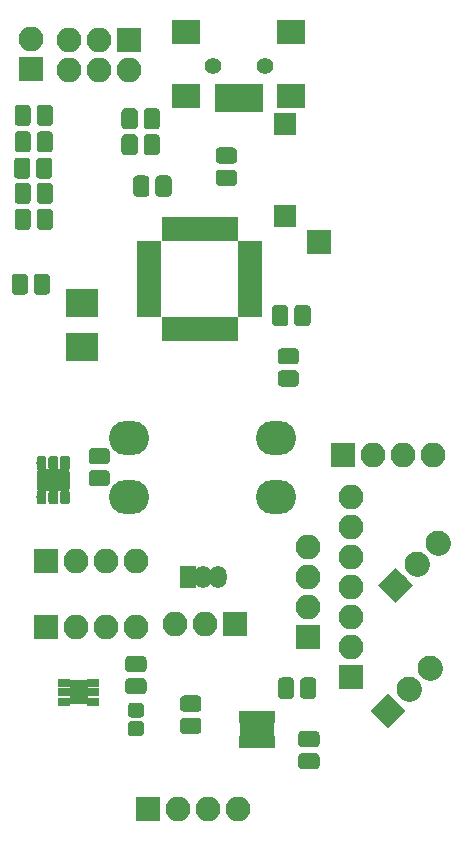
<source format=gbr>
G04 #@! TF.GenerationSoftware,KiCad,Pcbnew,(5.0.0)*
G04 #@! TF.CreationDate,2021-03-27T00:22:30-04:00*
G04 #@! TF.ProjectId,Section_SensorBlock,53656374696F6E5F53656E736F72426C,1.0*
G04 #@! TF.SameCoordinates,Original*
G04 #@! TF.FileFunction,Soldermask,Top*
G04 #@! TF.FilePolarity,Negative*
%FSLAX46Y46*%
G04 Gerber Fmt 4.6, Leading zero omitted, Abs format (unit mm)*
G04 Created by KiCad (PCBNEW (5.0.0)) date 03/27/21 00:22:30*
%MOMM*%
%LPD*%
G01*
G04 APERTURE LIST*
%ADD10R,2.100000X2.100000*%
%ADD11O,2.100000X2.100000*%
%ADD12C,2.100000*%
%ADD13C,0.100000*%
%ADD14C,2.100000*%
%ADD15C,1.375000*%
%ADD16R,0.900000X2.400000*%
%ADD17R,2.400000X2.100000*%
%ADD18C,1.400000*%
%ADD19C,1.275000*%
%ADD20O,3.400000X2.900000*%
%ADD21R,2.000000X0.950000*%
%ADD22R,0.950000X2.000000*%
%ADD23C,0.700000*%
%ADD24R,0.700000X1.400000*%
%ADD25R,2.600000X1.700000*%
%ADD26R,0.800000X1.000000*%
%ADD27O,1.450000X1.900000*%
%ADD28R,1.450000X1.900000*%
%ADD29R,1.100000X0.800000*%
%ADD30R,1.630000X2.100000*%
%ADD31R,2.800000X2.400000*%
%ADD32R,1.900000X1.900000*%
%ADD33C,1.900000*%
%ADD34C,0.800000*%
G04 APERTURE END LIST*
D10*
G04 #@! TO.C,J304*
X162400000Y-114200000D03*
D11*
X162400000Y-111660000D03*
X162400000Y-109120000D03*
X162400000Y-106580000D03*
X162400000Y-104040000D03*
X162400000Y-101500000D03*
X162400000Y-98960000D03*
G04 #@! TD*
D12*
G04 #@! TO.C,JP201*
X165550000Y-117000000D03*
D13*
G36*
X167034924Y-117000000D02*
X165550000Y-118484924D01*
X164065076Y-117000000D01*
X165550000Y-115515076D01*
X167034924Y-117000000D01*
X167034924Y-117000000D01*
G37*
D12*
X167346051Y-115203949D03*
D14*
X167346051Y-115203949D02*
X167346051Y-115203949D01*
D12*
X169142102Y-113407898D03*
D14*
X169142102Y-113407898D02*
X169142102Y-113407898D01*
G04 #@! TD*
D12*
G04 #@! TO.C,JP203*
X169792102Y-102807898D03*
D14*
X169792102Y-102807898D02*
X169792102Y-102807898D01*
D12*
X167996051Y-104603949D03*
D14*
X167996051Y-104603949D02*
X167996051Y-104603949D01*
D12*
X166200000Y-106400000D03*
D13*
G36*
X167684924Y-106400000D02*
X166200000Y-107884924D01*
X164715076Y-106400000D01*
X166200000Y-104915076D01*
X167684924Y-106400000D01*
X167684924Y-106400000D01*
G37*
G04 #@! TD*
G04 #@! TO.C,C205*
G36*
X146914943Y-71701655D02*
X146948312Y-71706605D01*
X146981035Y-71714802D01*
X147012797Y-71726166D01*
X147043293Y-71740590D01*
X147072227Y-71757932D01*
X147099323Y-71778028D01*
X147124318Y-71800682D01*
X147146972Y-71825677D01*
X147167068Y-71852773D01*
X147184410Y-71881707D01*
X147198834Y-71912203D01*
X147210198Y-71943965D01*
X147218395Y-71976688D01*
X147223345Y-72010057D01*
X147225000Y-72043750D01*
X147225000Y-73156250D01*
X147223345Y-73189943D01*
X147218395Y-73223312D01*
X147210198Y-73256035D01*
X147198834Y-73287797D01*
X147184410Y-73318293D01*
X147167068Y-73347227D01*
X147146972Y-73374323D01*
X147124318Y-73399318D01*
X147099323Y-73421972D01*
X147072227Y-73442068D01*
X147043293Y-73459410D01*
X147012797Y-73473834D01*
X146981035Y-73485198D01*
X146948312Y-73493395D01*
X146914943Y-73498345D01*
X146881250Y-73500000D01*
X146193750Y-73500000D01*
X146160057Y-73498345D01*
X146126688Y-73493395D01*
X146093965Y-73485198D01*
X146062203Y-73473834D01*
X146031707Y-73459410D01*
X146002773Y-73442068D01*
X145975677Y-73421972D01*
X145950682Y-73399318D01*
X145928028Y-73374323D01*
X145907932Y-73347227D01*
X145890590Y-73318293D01*
X145876166Y-73287797D01*
X145864802Y-73256035D01*
X145856605Y-73223312D01*
X145851655Y-73189943D01*
X145850000Y-73156250D01*
X145850000Y-72043750D01*
X145851655Y-72010057D01*
X145856605Y-71976688D01*
X145864802Y-71943965D01*
X145876166Y-71912203D01*
X145890590Y-71881707D01*
X145907932Y-71852773D01*
X145928028Y-71825677D01*
X145950682Y-71800682D01*
X145975677Y-71778028D01*
X146002773Y-71757932D01*
X146031707Y-71740590D01*
X146062203Y-71726166D01*
X146093965Y-71714802D01*
X146126688Y-71706605D01*
X146160057Y-71701655D01*
X146193750Y-71700000D01*
X146881250Y-71700000D01*
X146914943Y-71701655D01*
X146914943Y-71701655D01*
G37*
D15*
X146537500Y-72600000D03*
D13*
G36*
X145039943Y-71701655D02*
X145073312Y-71706605D01*
X145106035Y-71714802D01*
X145137797Y-71726166D01*
X145168293Y-71740590D01*
X145197227Y-71757932D01*
X145224323Y-71778028D01*
X145249318Y-71800682D01*
X145271972Y-71825677D01*
X145292068Y-71852773D01*
X145309410Y-71881707D01*
X145323834Y-71912203D01*
X145335198Y-71943965D01*
X145343395Y-71976688D01*
X145348345Y-72010057D01*
X145350000Y-72043750D01*
X145350000Y-73156250D01*
X145348345Y-73189943D01*
X145343395Y-73223312D01*
X145335198Y-73256035D01*
X145323834Y-73287797D01*
X145309410Y-73318293D01*
X145292068Y-73347227D01*
X145271972Y-73374323D01*
X145249318Y-73399318D01*
X145224323Y-73421972D01*
X145197227Y-73442068D01*
X145168293Y-73459410D01*
X145137797Y-73473834D01*
X145106035Y-73485198D01*
X145073312Y-73493395D01*
X145039943Y-73498345D01*
X145006250Y-73500000D01*
X144318750Y-73500000D01*
X144285057Y-73498345D01*
X144251688Y-73493395D01*
X144218965Y-73485198D01*
X144187203Y-73473834D01*
X144156707Y-73459410D01*
X144127773Y-73442068D01*
X144100677Y-73421972D01*
X144075682Y-73399318D01*
X144053028Y-73374323D01*
X144032932Y-73347227D01*
X144015590Y-73318293D01*
X144001166Y-73287797D01*
X143989802Y-73256035D01*
X143981605Y-73223312D01*
X143976655Y-73189943D01*
X143975000Y-73156250D01*
X143975000Y-72043750D01*
X143976655Y-72010057D01*
X143981605Y-71976688D01*
X143989802Y-71943965D01*
X144001166Y-71912203D01*
X144015590Y-71881707D01*
X144032932Y-71852773D01*
X144053028Y-71825677D01*
X144075682Y-71800682D01*
X144100677Y-71778028D01*
X144127773Y-71757932D01*
X144156707Y-71740590D01*
X144187203Y-71726166D01*
X144218965Y-71714802D01*
X144251688Y-71706605D01*
X144285057Y-71701655D01*
X144318750Y-71700000D01*
X145006250Y-71700000D01*
X145039943Y-71701655D01*
X145039943Y-71701655D01*
G37*
D15*
X144662500Y-72600000D03*
G04 #@! TD*
D13*
G04 #@! TO.C,C301*
G36*
X141689943Y-96651655D02*
X141723312Y-96656605D01*
X141756035Y-96664802D01*
X141787797Y-96676166D01*
X141818293Y-96690590D01*
X141847227Y-96707932D01*
X141874323Y-96728028D01*
X141899318Y-96750682D01*
X141921972Y-96775677D01*
X141942068Y-96802773D01*
X141959410Y-96831707D01*
X141973834Y-96862203D01*
X141985198Y-96893965D01*
X141993395Y-96926688D01*
X141998345Y-96960057D01*
X142000000Y-96993750D01*
X142000000Y-97681250D01*
X141998345Y-97714943D01*
X141993395Y-97748312D01*
X141985198Y-97781035D01*
X141973834Y-97812797D01*
X141959410Y-97843293D01*
X141942068Y-97872227D01*
X141921972Y-97899323D01*
X141899318Y-97924318D01*
X141874323Y-97946972D01*
X141847227Y-97967068D01*
X141818293Y-97984410D01*
X141787797Y-97998834D01*
X141756035Y-98010198D01*
X141723312Y-98018395D01*
X141689943Y-98023345D01*
X141656250Y-98025000D01*
X140543750Y-98025000D01*
X140510057Y-98023345D01*
X140476688Y-98018395D01*
X140443965Y-98010198D01*
X140412203Y-97998834D01*
X140381707Y-97984410D01*
X140352773Y-97967068D01*
X140325677Y-97946972D01*
X140300682Y-97924318D01*
X140278028Y-97899323D01*
X140257932Y-97872227D01*
X140240590Y-97843293D01*
X140226166Y-97812797D01*
X140214802Y-97781035D01*
X140206605Y-97748312D01*
X140201655Y-97714943D01*
X140200000Y-97681250D01*
X140200000Y-96993750D01*
X140201655Y-96960057D01*
X140206605Y-96926688D01*
X140214802Y-96893965D01*
X140226166Y-96862203D01*
X140240590Y-96831707D01*
X140257932Y-96802773D01*
X140278028Y-96775677D01*
X140300682Y-96750682D01*
X140325677Y-96728028D01*
X140352773Y-96707932D01*
X140381707Y-96690590D01*
X140412203Y-96676166D01*
X140443965Y-96664802D01*
X140476688Y-96656605D01*
X140510057Y-96651655D01*
X140543750Y-96650000D01*
X141656250Y-96650000D01*
X141689943Y-96651655D01*
X141689943Y-96651655D01*
G37*
D15*
X141100000Y-97337500D03*
D13*
G36*
X141689943Y-94776655D02*
X141723312Y-94781605D01*
X141756035Y-94789802D01*
X141787797Y-94801166D01*
X141818293Y-94815590D01*
X141847227Y-94832932D01*
X141874323Y-94853028D01*
X141899318Y-94875682D01*
X141921972Y-94900677D01*
X141942068Y-94927773D01*
X141959410Y-94956707D01*
X141973834Y-94987203D01*
X141985198Y-95018965D01*
X141993395Y-95051688D01*
X141998345Y-95085057D01*
X142000000Y-95118750D01*
X142000000Y-95806250D01*
X141998345Y-95839943D01*
X141993395Y-95873312D01*
X141985198Y-95906035D01*
X141973834Y-95937797D01*
X141959410Y-95968293D01*
X141942068Y-95997227D01*
X141921972Y-96024323D01*
X141899318Y-96049318D01*
X141874323Y-96071972D01*
X141847227Y-96092068D01*
X141818293Y-96109410D01*
X141787797Y-96123834D01*
X141756035Y-96135198D01*
X141723312Y-96143395D01*
X141689943Y-96148345D01*
X141656250Y-96150000D01*
X140543750Y-96150000D01*
X140510057Y-96148345D01*
X140476688Y-96143395D01*
X140443965Y-96135198D01*
X140412203Y-96123834D01*
X140381707Y-96109410D01*
X140352773Y-96092068D01*
X140325677Y-96071972D01*
X140300682Y-96049318D01*
X140278028Y-96024323D01*
X140257932Y-95997227D01*
X140240590Y-95968293D01*
X140226166Y-95937797D01*
X140214802Y-95906035D01*
X140206605Y-95873312D01*
X140201655Y-95839943D01*
X140200000Y-95806250D01*
X140200000Y-95118750D01*
X140201655Y-95085057D01*
X140206605Y-95051688D01*
X140214802Y-95018965D01*
X140226166Y-94987203D01*
X140240590Y-94956707D01*
X140257932Y-94927773D01*
X140278028Y-94900677D01*
X140300682Y-94875682D01*
X140325677Y-94853028D01*
X140352773Y-94832932D01*
X140381707Y-94815590D01*
X140412203Y-94801166D01*
X140443965Y-94789802D01*
X140476688Y-94781605D01*
X140510057Y-94776655D01*
X140543750Y-94775000D01*
X141656250Y-94775000D01*
X141689943Y-94776655D01*
X141689943Y-94776655D01*
G37*
D15*
X141100000Y-95462500D03*
G04 #@! TD*
D13*
G04 #@! TO.C,C302*
G36*
X144789944Y-112376655D02*
X144823313Y-112381605D01*
X144856036Y-112389802D01*
X144887798Y-112401166D01*
X144918294Y-112415590D01*
X144947228Y-112432932D01*
X144974324Y-112453028D01*
X144999319Y-112475682D01*
X145021973Y-112500677D01*
X145042069Y-112527773D01*
X145059411Y-112556707D01*
X145073835Y-112587203D01*
X145085199Y-112618965D01*
X145093396Y-112651688D01*
X145098346Y-112685057D01*
X145100001Y-112718750D01*
X145100001Y-113406250D01*
X145098346Y-113439943D01*
X145093396Y-113473312D01*
X145085199Y-113506035D01*
X145073835Y-113537797D01*
X145059411Y-113568293D01*
X145042069Y-113597227D01*
X145021973Y-113624323D01*
X144999319Y-113649318D01*
X144974324Y-113671972D01*
X144947228Y-113692068D01*
X144918294Y-113709410D01*
X144887798Y-113723834D01*
X144856036Y-113735198D01*
X144823313Y-113743395D01*
X144789944Y-113748345D01*
X144756251Y-113750000D01*
X143643751Y-113750000D01*
X143610058Y-113748345D01*
X143576689Y-113743395D01*
X143543966Y-113735198D01*
X143512204Y-113723834D01*
X143481708Y-113709410D01*
X143452774Y-113692068D01*
X143425678Y-113671972D01*
X143400683Y-113649318D01*
X143378029Y-113624323D01*
X143357933Y-113597227D01*
X143340591Y-113568293D01*
X143326167Y-113537797D01*
X143314803Y-113506035D01*
X143306606Y-113473312D01*
X143301656Y-113439943D01*
X143300001Y-113406250D01*
X143300001Y-112718750D01*
X143301656Y-112685057D01*
X143306606Y-112651688D01*
X143314803Y-112618965D01*
X143326167Y-112587203D01*
X143340591Y-112556707D01*
X143357933Y-112527773D01*
X143378029Y-112500677D01*
X143400683Y-112475682D01*
X143425678Y-112453028D01*
X143452774Y-112432932D01*
X143481708Y-112415590D01*
X143512204Y-112401166D01*
X143543966Y-112389802D01*
X143576689Y-112381605D01*
X143610058Y-112376655D01*
X143643751Y-112375000D01*
X144756251Y-112375000D01*
X144789944Y-112376655D01*
X144789944Y-112376655D01*
G37*
D15*
X144200001Y-113062500D03*
D13*
G36*
X144789944Y-114251655D02*
X144823313Y-114256605D01*
X144856036Y-114264802D01*
X144887798Y-114276166D01*
X144918294Y-114290590D01*
X144947228Y-114307932D01*
X144974324Y-114328028D01*
X144999319Y-114350682D01*
X145021973Y-114375677D01*
X145042069Y-114402773D01*
X145059411Y-114431707D01*
X145073835Y-114462203D01*
X145085199Y-114493965D01*
X145093396Y-114526688D01*
X145098346Y-114560057D01*
X145100001Y-114593750D01*
X145100001Y-115281250D01*
X145098346Y-115314943D01*
X145093396Y-115348312D01*
X145085199Y-115381035D01*
X145073835Y-115412797D01*
X145059411Y-115443293D01*
X145042069Y-115472227D01*
X145021973Y-115499323D01*
X144999319Y-115524318D01*
X144974324Y-115546972D01*
X144947228Y-115567068D01*
X144918294Y-115584410D01*
X144887798Y-115598834D01*
X144856036Y-115610198D01*
X144823313Y-115618395D01*
X144789944Y-115623345D01*
X144756251Y-115625000D01*
X143643751Y-115625000D01*
X143610058Y-115623345D01*
X143576689Y-115618395D01*
X143543966Y-115610198D01*
X143512204Y-115598834D01*
X143481708Y-115584410D01*
X143452774Y-115567068D01*
X143425678Y-115546972D01*
X143400683Y-115524318D01*
X143378029Y-115499323D01*
X143357933Y-115472227D01*
X143340591Y-115443293D01*
X143326167Y-115412797D01*
X143314803Y-115381035D01*
X143306606Y-115348312D01*
X143301656Y-115314943D01*
X143300001Y-115281250D01*
X143300001Y-114593750D01*
X143301656Y-114560057D01*
X143306606Y-114526688D01*
X143314803Y-114493965D01*
X143326167Y-114462203D01*
X143340591Y-114431707D01*
X143357933Y-114402773D01*
X143378029Y-114375677D01*
X143400683Y-114350682D01*
X143425678Y-114328028D01*
X143452774Y-114307932D01*
X143481708Y-114290590D01*
X143512204Y-114276166D01*
X143543966Y-114264802D01*
X143576689Y-114256605D01*
X143610058Y-114251655D01*
X143643751Y-114250000D01*
X144756251Y-114250000D01*
X144789944Y-114251655D01*
X144789944Y-114251655D01*
G37*
D15*
X144200001Y-114937500D03*
G04 #@! TD*
D13*
G04 #@! TO.C,D201*
G36*
X152439943Y-71201655D02*
X152473312Y-71206605D01*
X152506035Y-71214802D01*
X152537797Y-71226166D01*
X152568293Y-71240590D01*
X152597227Y-71257932D01*
X152624323Y-71278028D01*
X152649318Y-71300682D01*
X152671972Y-71325677D01*
X152692068Y-71352773D01*
X152709410Y-71381707D01*
X152723834Y-71412203D01*
X152735198Y-71443965D01*
X152743395Y-71476688D01*
X152748345Y-71510057D01*
X152750000Y-71543750D01*
X152750000Y-72231250D01*
X152748345Y-72264943D01*
X152743395Y-72298312D01*
X152735198Y-72331035D01*
X152723834Y-72362797D01*
X152709410Y-72393293D01*
X152692068Y-72422227D01*
X152671972Y-72449323D01*
X152649318Y-72474318D01*
X152624323Y-72496972D01*
X152597227Y-72517068D01*
X152568293Y-72534410D01*
X152537797Y-72548834D01*
X152506035Y-72560198D01*
X152473312Y-72568395D01*
X152439943Y-72573345D01*
X152406250Y-72575000D01*
X151293750Y-72575000D01*
X151260057Y-72573345D01*
X151226688Y-72568395D01*
X151193965Y-72560198D01*
X151162203Y-72548834D01*
X151131707Y-72534410D01*
X151102773Y-72517068D01*
X151075677Y-72496972D01*
X151050682Y-72474318D01*
X151028028Y-72449323D01*
X151007932Y-72422227D01*
X150990590Y-72393293D01*
X150976166Y-72362797D01*
X150964802Y-72331035D01*
X150956605Y-72298312D01*
X150951655Y-72264943D01*
X150950000Y-72231250D01*
X150950000Y-71543750D01*
X150951655Y-71510057D01*
X150956605Y-71476688D01*
X150964802Y-71443965D01*
X150976166Y-71412203D01*
X150990590Y-71381707D01*
X151007932Y-71352773D01*
X151028028Y-71325677D01*
X151050682Y-71300682D01*
X151075677Y-71278028D01*
X151102773Y-71257932D01*
X151131707Y-71240590D01*
X151162203Y-71226166D01*
X151193965Y-71214802D01*
X151226688Y-71206605D01*
X151260057Y-71201655D01*
X151293750Y-71200000D01*
X152406250Y-71200000D01*
X152439943Y-71201655D01*
X152439943Y-71201655D01*
G37*
D15*
X151850000Y-71887500D03*
D13*
G36*
X152439943Y-69326655D02*
X152473312Y-69331605D01*
X152506035Y-69339802D01*
X152537797Y-69351166D01*
X152568293Y-69365590D01*
X152597227Y-69382932D01*
X152624323Y-69403028D01*
X152649318Y-69425682D01*
X152671972Y-69450677D01*
X152692068Y-69477773D01*
X152709410Y-69506707D01*
X152723834Y-69537203D01*
X152735198Y-69568965D01*
X152743395Y-69601688D01*
X152748345Y-69635057D01*
X152750000Y-69668750D01*
X152750000Y-70356250D01*
X152748345Y-70389943D01*
X152743395Y-70423312D01*
X152735198Y-70456035D01*
X152723834Y-70487797D01*
X152709410Y-70518293D01*
X152692068Y-70547227D01*
X152671972Y-70574323D01*
X152649318Y-70599318D01*
X152624323Y-70621972D01*
X152597227Y-70642068D01*
X152568293Y-70659410D01*
X152537797Y-70673834D01*
X152506035Y-70685198D01*
X152473312Y-70693395D01*
X152439943Y-70698345D01*
X152406250Y-70700000D01*
X151293750Y-70700000D01*
X151260057Y-70698345D01*
X151226688Y-70693395D01*
X151193965Y-70685198D01*
X151162203Y-70673834D01*
X151131707Y-70659410D01*
X151102773Y-70642068D01*
X151075677Y-70621972D01*
X151050682Y-70599318D01*
X151028028Y-70574323D01*
X151007932Y-70547227D01*
X150990590Y-70518293D01*
X150976166Y-70487797D01*
X150964802Y-70456035D01*
X150956605Y-70423312D01*
X150951655Y-70389943D01*
X150950000Y-70356250D01*
X150950000Y-69668750D01*
X150951655Y-69635057D01*
X150956605Y-69601688D01*
X150964802Y-69568965D01*
X150976166Y-69537203D01*
X150990590Y-69506707D01*
X151007932Y-69477773D01*
X151028028Y-69450677D01*
X151050682Y-69425682D01*
X151075677Y-69403028D01*
X151102773Y-69382932D01*
X151131707Y-69365590D01*
X151162203Y-69351166D01*
X151193965Y-69339802D01*
X151226688Y-69331605D01*
X151260057Y-69326655D01*
X151293750Y-69325000D01*
X152406250Y-69325000D01*
X152439943Y-69326655D01*
X152439943Y-69326655D01*
G37*
D15*
X151850000Y-70012500D03*
G04 #@! TD*
D13*
G04 #@! TO.C,D202*
G36*
X144039943Y-68201655D02*
X144073312Y-68206605D01*
X144106035Y-68214802D01*
X144137797Y-68226166D01*
X144168293Y-68240590D01*
X144197227Y-68257932D01*
X144224323Y-68278028D01*
X144249318Y-68300682D01*
X144271972Y-68325677D01*
X144292068Y-68352773D01*
X144309410Y-68381707D01*
X144323834Y-68412203D01*
X144335198Y-68443965D01*
X144343395Y-68476688D01*
X144348345Y-68510057D01*
X144350000Y-68543750D01*
X144350000Y-69656250D01*
X144348345Y-69689943D01*
X144343395Y-69723312D01*
X144335198Y-69756035D01*
X144323834Y-69787797D01*
X144309410Y-69818293D01*
X144292068Y-69847227D01*
X144271972Y-69874323D01*
X144249318Y-69899318D01*
X144224323Y-69921972D01*
X144197227Y-69942068D01*
X144168293Y-69959410D01*
X144137797Y-69973834D01*
X144106035Y-69985198D01*
X144073312Y-69993395D01*
X144039943Y-69998345D01*
X144006250Y-70000000D01*
X143318750Y-70000000D01*
X143285057Y-69998345D01*
X143251688Y-69993395D01*
X143218965Y-69985198D01*
X143187203Y-69973834D01*
X143156707Y-69959410D01*
X143127773Y-69942068D01*
X143100677Y-69921972D01*
X143075682Y-69899318D01*
X143053028Y-69874323D01*
X143032932Y-69847227D01*
X143015590Y-69818293D01*
X143001166Y-69787797D01*
X142989802Y-69756035D01*
X142981605Y-69723312D01*
X142976655Y-69689943D01*
X142975000Y-69656250D01*
X142975000Y-68543750D01*
X142976655Y-68510057D01*
X142981605Y-68476688D01*
X142989802Y-68443965D01*
X143001166Y-68412203D01*
X143015590Y-68381707D01*
X143032932Y-68352773D01*
X143053028Y-68325677D01*
X143075682Y-68300682D01*
X143100677Y-68278028D01*
X143127773Y-68257932D01*
X143156707Y-68240590D01*
X143187203Y-68226166D01*
X143218965Y-68214802D01*
X143251688Y-68206605D01*
X143285057Y-68201655D01*
X143318750Y-68200000D01*
X144006250Y-68200000D01*
X144039943Y-68201655D01*
X144039943Y-68201655D01*
G37*
D15*
X143662500Y-69100000D03*
D13*
G36*
X145914943Y-68201655D02*
X145948312Y-68206605D01*
X145981035Y-68214802D01*
X146012797Y-68226166D01*
X146043293Y-68240590D01*
X146072227Y-68257932D01*
X146099323Y-68278028D01*
X146124318Y-68300682D01*
X146146972Y-68325677D01*
X146167068Y-68352773D01*
X146184410Y-68381707D01*
X146198834Y-68412203D01*
X146210198Y-68443965D01*
X146218395Y-68476688D01*
X146223345Y-68510057D01*
X146225000Y-68543750D01*
X146225000Y-69656250D01*
X146223345Y-69689943D01*
X146218395Y-69723312D01*
X146210198Y-69756035D01*
X146198834Y-69787797D01*
X146184410Y-69818293D01*
X146167068Y-69847227D01*
X146146972Y-69874323D01*
X146124318Y-69899318D01*
X146099323Y-69921972D01*
X146072227Y-69942068D01*
X146043293Y-69959410D01*
X146012797Y-69973834D01*
X145981035Y-69985198D01*
X145948312Y-69993395D01*
X145914943Y-69998345D01*
X145881250Y-70000000D01*
X145193750Y-70000000D01*
X145160057Y-69998345D01*
X145126688Y-69993395D01*
X145093965Y-69985198D01*
X145062203Y-69973834D01*
X145031707Y-69959410D01*
X145002773Y-69942068D01*
X144975677Y-69921972D01*
X144950682Y-69899318D01*
X144928028Y-69874323D01*
X144907932Y-69847227D01*
X144890590Y-69818293D01*
X144876166Y-69787797D01*
X144864802Y-69756035D01*
X144856605Y-69723312D01*
X144851655Y-69689943D01*
X144850000Y-69656250D01*
X144850000Y-68543750D01*
X144851655Y-68510057D01*
X144856605Y-68476688D01*
X144864802Y-68443965D01*
X144876166Y-68412203D01*
X144890590Y-68381707D01*
X144907932Y-68352773D01*
X144928028Y-68325677D01*
X144950682Y-68300682D01*
X144975677Y-68278028D01*
X145002773Y-68257932D01*
X145031707Y-68240590D01*
X145062203Y-68226166D01*
X145093965Y-68214802D01*
X145126688Y-68206605D01*
X145160057Y-68201655D01*
X145193750Y-68200000D01*
X145881250Y-68200000D01*
X145914943Y-68201655D01*
X145914943Y-68201655D01*
G37*
D15*
X145537500Y-69100000D03*
G04 #@! TD*
D13*
G04 #@! TO.C,D203*
G36*
X145914943Y-66001655D02*
X145948312Y-66006605D01*
X145981035Y-66014802D01*
X146012797Y-66026166D01*
X146043293Y-66040590D01*
X146072227Y-66057932D01*
X146099323Y-66078028D01*
X146124318Y-66100682D01*
X146146972Y-66125677D01*
X146167068Y-66152773D01*
X146184410Y-66181707D01*
X146198834Y-66212203D01*
X146210198Y-66243965D01*
X146218395Y-66276688D01*
X146223345Y-66310057D01*
X146225000Y-66343750D01*
X146225000Y-67456250D01*
X146223345Y-67489943D01*
X146218395Y-67523312D01*
X146210198Y-67556035D01*
X146198834Y-67587797D01*
X146184410Y-67618293D01*
X146167068Y-67647227D01*
X146146972Y-67674323D01*
X146124318Y-67699318D01*
X146099323Y-67721972D01*
X146072227Y-67742068D01*
X146043293Y-67759410D01*
X146012797Y-67773834D01*
X145981035Y-67785198D01*
X145948312Y-67793395D01*
X145914943Y-67798345D01*
X145881250Y-67800000D01*
X145193750Y-67800000D01*
X145160057Y-67798345D01*
X145126688Y-67793395D01*
X145093965Y-67785198D01*
X145062203Y-67773834D01*
X145031707Y-67759410D01*
X145002773Y-67742068D01*
X144975677Y-67721972D01*
X144950682Y-67699318D01*
X144928028Y-67674323D01*
X144907932Y-67647227D01*
X144890590Y-67618293D01*
X144876166Y-67587797D01*
X144864802Y-67556035D01*
X144856605Y-67523312D01*
X144851655Y-67489943D01*
X144850000Y-67456250D01*
X144850000Y-66343750D01*
X144851655Y-66310057D01*
X144856605Y-66276688D01*
X144864802Y-66243965D01*
X144876166Y-66212203D01*
X144890590Y-66181707D01*
X144907932Y-66152773D01*
X144928028Y-66125677D01*
X144950682Y-66100682D01*
X144975677Y-66078028D01*
X145002773Y-66057932D01*
X145031707Y-66040590D01*
X145062203Y-66026166D01*
X145093965Y-66014802D01*
X145126688Y-66006605D01*
X145160057Y-66001655D01*
X145193750Y-66000000D01*
X145881250Y-66000000D01*
X145914943Y-66001655D01*
X145914943Y-66001655D01*
G37*
D15*
X145537500Y-66900000D03*
D13*
G36*
X144039943Y-66001655D02*
X144073312Y-66006605D01*
X144106035Y-66014802D01*
X144137797Y-66026166D01*
X144168293Y-66040590D01*
X144197227Y-66057932D01*
X144224323Y-66078028D01*
X144249318Y-66100682D01*
X144271972Y-66125677D01*
X144292068Y-66152773D01*
X144309410Y-66181707D01*
X144323834Y-66212203D01*
X144335198Y-66243965D01*
X144343395Y-66276688D01*
X144348345Y-66310057D01*
X144350000Y-66343750D01*
X144350000Y-67456250D01*
X144348345Y-67489943D01*
X144343395Y-67523312D01*
X144335198Y-67556035D01*
X144323834Y-67587797D01*
X144309410Y-67618293D01*
X144292068Y-67647227D01*
X144271972Y-67674323D01*
X144249318Y-67699318D01*
X144224323Y-67721972D01*
X144197227Y-67742068D01*
X144168293Y-67759410D01*
X144137797Y-67773834D01*
X144106035Y-67785198D01*
X144073312Y-67793395D01*
X144039943Y-67798345D01*
X144006250Y-67800000D01*
X143318750Y-67800000D01*
X143285057Y-67798345D01*
X143251688Y-67793395D01*
X143218965Y-67785198D01*
X143187203Y-67773834D01*
X143156707Y-67759410D01*
X143127773Y-67742068D01*
X143100677Y-67721972D01*
X143075682Y-67699318D01*
X143053028Y-67674323D01*
X143032932Y-67647227D01*
X143015590Y-67618293D01*
X143001166Y-67587797D01*
X142989802Y-67556035D01*
X142981605Y-67523312D01*
X142976655Y-67489943D01*
X142975000Y-67456250D01*
X142975000Y-66343750D01*
X142976655Y-66310057D01*
X142981605Y-66276688D01*
X142989802Y-66243965D01*
X143001166Y-66212203D01*
X143015590Y-66181707D01*
X143032932Y-66152773D01*
X143053028Y-66125677D01*
X143075682Y-66100682D01*
X143100677Y-66078028D01*
X143127773Y-66057932D01*
X143156707Y-66040590D01*
X143187203Y-66026166D01*
X143218965Y-66014802D01*
X143251688Y-66006605D01*
X143285057Y-66001655D01*
X143318750Y-66000000D01*
X144006250Y-66000000D01*
X144039943Y-66001655D01*
X144039943Y-66001655D01*
G37*
D15*
X143662500Y-66900000D03*
G04 #@! TD*
D13*
G04 #@! TO.C,D205*
G36*
X156802442Y-82651655D02*
X156835811Y-82656605D01*
X156868534Y-82664802D01*
X156900296Y-82676166D01*
X156930792Y-82690590D01*
X156959726Y-82707932D01*
X156986822Y-82728028D01*
X157011817Y-82750682D01*
X157034471Y-82775677D01*
X157054567Y-82802773D01*
X157071909Y-82831707D01*
X157086333Y-82862203D01*
X157097697Y-82893965D01*
X157105894Y-82926688D01*
X157110844Y-82960057D01*
X157112499Y-82993750D01*
X157112499Y-84106250D01*
X157110844Y-84139943D01*
X157105894Y-84173312D01*
X157097697Y-84206035D01*
X157086333Y-84237797D01*
X157071909Y-84268293D01*
X157054567Y-84297227D01*
X157034471Y-84324323D01*
X157011817Y-84349318D01*
X156986822Y-84371972D01*
X156959726Y-84392068D01*
X156930792Y-84409410D01*
X156900296Y-84423834D01*
X156868534Y-84435198D01*
X156835811Y-84443395D01*
X156802442Y-84448345D01*
X156768749Y-84450000D01*
X156081249Y-84450000D01*
X156047556Y-84448345D01*
X156014187Y-84443395D01*
X155981464Y-84435198D01*
X155949702Y-84423834D01*
X155919206Y-84409410D01*
X155890272Y-84392068D01*
X155863176Y-84371972D01*
X155838181Y-84349318D01*
X155815527Y-84324323D01*
X155795431Y-84297227D01*
X155778089Y-84268293D01*
X155763665Y-84237797D01*
X155752301Y-84206035D01*
X155744104Y-84173312D01*
X155739154Y-84139943D01*
X155737499Y-84106250D01*
X155737499Y-82993750D01*
X155739154Y-82960057D01*
X155744104Y-82926688D01*
X155752301Y-82893965D01*
X155763665Y-82862203D01*
X155778089Y-82831707D01*
X155795431Y-82802773D01*
X155815527Y-82775677D01*
X155838181Y-82750682D01*
X155863176Y-82728028D01*
X155890272Y-82707932D01*
X155919206Y-82690590D01*
X155949702Y-82676166D01*
X155981464Y-82664802D01*
X156014187Y-82656605D01*
X156047556Y-82651655D01*
X156081249Y-82650000D01*
X156768749Y-82650000D01*
X156802442Y-82651655D01*
X156802442Y-82651655D01*
G37*
D15*
X156424999Y-83550000D03*
D13*
G36*
X158677442Y-82651655D02*
X158710811Y-82656605D01*
X158743534Y-82664802D01*
X158775296Y-82676166D01*
X158805792Y-82690590D01*
X158834726Y-82707932D01*
X158861822Y-82728028D01*
X158886817Y-82750682D01*
X158909471Y-82775677D01*
X158929567Y-82802773D01*
X158946909Y-82831707D01*
X158961333Y-82862203D01*
X158972697Y-82893965D01*
X158980894Y-82926688D01*
X158985844Y-82960057D01*
X158987499Y-82993750D01*
X158987499Y-84106250D01*
X158985844Y-84139943D01*
X158980894Y-84173312D01*
X158972697Y-84206035D01*
X158961333Y-84237797D01*
X158946909Y-84268293D01*
X158929567Y-84297227D01*
X158909471Y-84324323D01*
X158886817Y-84349318D01*
X158861822Y-84371972D01*
X158834726Y-84392068D01*
X158805792Y-84409410D01*
X158775296Y-84423834D01*
X158743534Y-84435198D01*
X158710811Y-84443395D01*
X158677442Y-84448345D01*
X158643749Y-84450000D01*
X157956249Y-84450000D01*
X157922556Y-84448345D01*
X157889187Y-84443395D01*
X157856464Y-84435198D01*
X157824702Y-84423834D01*
X157794206Y-84409410D01*
X157765272Y-84392068D01*
X157738176Y-84371972D01*
X157713181Y-84349318D01*
X157690527Y-84324323D01*
X157670431Y-84297227D01*
X157653089Y-84268293D01*
X157638665Y-84237797D01*
X157627301Y-84206035D01*
X157619104Y-84173312D01*
X157614154Y-84139943D01*
X157612499Y-84106250D01*
X157612499Y-82993750D01*
X157614154Y-82960057D01*
X157619104Y-82926688D01*
X157627301Y-82893965D01*
X157638665Y-82862203D01*
X157653089Y-82831707D01*
X157670431Y-82802773D01*
X157690527Y-82775677D01*
X157713181Y-82750682D01*
X157738176Y-82728028D01*
X157765272Y-82707932D01*
X157794206Y-82690590D01*
X157824702Y-82676166D01*
X157856464Y-82664802D01*
X157889187Y-82656605D01*
X157922556Y-82651655D01*
X157956249Y-82650000D01*
X158643749Y-82650000D01*
X158677442Y-82651655D01*
X158677442Y-82651655D01*
G37*
D15*
X158299999Y-83550000D03*
G04 #@! TD*
D13*
G04 #@! TO.C,D206*
G36*
X136864943Y-65701654D02*
X136898312Y-65706604D01*
X136931035Y-65714801D01*
X136962797Y-65726165D01*
X136993293Y-65740589D01*
X137022227Y-65757931D01*
X137049323Y-65778027D01*
X137074318Y-65800681D01*
X137096972Y-65825676D01*
X137117068Y-65852772D01*
X137134410Y-65881706D01*
X137148834Y-65912202D01*
X137160198Y-65943964D01*
X137168395Y-65976687D01*
X137173345Y-66010056D01*
X137175000Y-66043749D01*
X137175000Y-67156249D01*
X137173345Y-67189942D01*
X137168395Y-67223311D01*
X137160198Y-67256034D01*
X137148834Y-67287796D01*
X137134410Y-67318292D01*
X137117068Y-67347226D01*
X137096972Y-67374322D01*
X137074318Y-67399317D01*
X137049323Y-67421971D01*
X137022227Y-67442067D01*
X136993293Y-67459409D01*
X136962797Y-67473833D01*
X136931035Y-67485197D01*
X136898312Y-67493394D01*
X136864943Y-67498344D01*
X136831250Y-67499999D01*
X136143750Y-67499999D01*
X136110057Y-67498344D01*
X136076688Y-67493394D01*
X136043965Y-67485197D01*
X136012203Y-67473833D01*
X135981707Y-67459409D01*
X135952773Y-67442067D01*
X135925677Y-67421971D01*
X135900682Y-67399317D01*
X135878028Y-67374322D01*
X135857932Y-67347226D01*
X135840590Y-67318292D01*
X135826166Y-67287796D01*
X135814802Y-67256034D01*
X135806605Y-67223311D01*
X135801655Y-67189942D01*
X135800000Y-67156249D01*
X135800000Y-66043749D01*
X135801655Y-66010056D01*
X135806605Y-65976687D01*
X135814802Y-65943964D01*
X135826166Y-65912202D01*
X135840590Y-65881706D01*
X135857932Y-65852772D01*
X135878028Y-65825676D01*
X135900682Y-65800681D01*
X135925677Y-65778027D01*
X135952773Y-65757931D01*
X135981707Y-65740589D01*
X136012203Y-65726165D01*
X136043965Y-65714801D01*
X136076688Y-65706604D01*
X136110057Y-65701654D01*
X136143750Y-65699999D01*
X136831250Y-65699999D01*
X136864943Y-65701654D01*
X136864943Y-65701654D01*
G37*
D15*
X136487500Y-66599999D03*
D13*
G36*
X134989943Y-65701654D02*
X135023312Y-65706604D01*
X135056035Y-65714801D01*
X135087797Y-65726165D01*
X135118293Y-65740589D01*
X135147227Y-65757931D01*
X135174323Y-65778027D01*
X135199318Y-65800681D01*
X135221972Y-65825676D01*
X135242068Y-65852772D01*
X135259410Y-65881706D01*
X135273834Y-65912202D01*
X135285198Y-65943964D01*
X135293395Y-65976687D01*
X135298345Y-66010056D01*
X135300000Y-66043749D01*
X135300000Y-67156249D01*
X135298345Y-67189942D01*
X135293395Y-67223311D01*
X135285198Y-67256034D01*
X135273834Y-67287796D01*
X135259410Y-67318292D01*
X135242068Y-67347226D01*
X135221972Y-67374322D01*
X135199318Y-67399317D01*
X135174323Y-67421971D01*
X135147227Y-67442067D01*
X135118293Y-67459409D01*
X135087797Y-67473833D01*
X135056035Y-67485197D01*
X135023312Y-67493394D01*
X134989943Y-67498344D01*
X134956250Y-67499999D01*
X134268750Y-67499999D01*
X134235057Y-67498344D01*
X134201688Y-67493394D01*
X134168965Y-67485197D01*
X134137203Y-67473833D01*
X134106707Y-67459409D01*
X134077773Y-67442067D01*
X134050677Y-67421971D01*
X134025682Y-67399317D01*
X134003028Y-67374322D01*
X133982932Y-67347226D01*
X133965590Y-67318292D01*
X133951166Y-67287796D01*
X133939802Y-67256034D01*
X133931605Y-67223311D01*
X133926655Y-67189942D01*
X133925000Y-67156249D01*
X133925000Y-66043749D01*
X133926655Y-66010056D01*
X133931605Y-65976687D01*
X133939802Y-65943964D01*
X133951166Y-65912202D01*
X133965590Y-65881706D01*
X133982932Y-65852772D01*
X134003028Y-65825676D01*
X134025682Y-65800681D01*
X134050677Y-65778027D01*
X134077773Y-65757931D01*
X134106707Y-65740589D01*
X134137203Y-65726165D01*
X134168965Y-65714801D01*
X134201688Y-65706604D01*
X134235057Y-65701654D01*
X134268750Y-65699999D01*
X134956250Y-65699999D01*
X134989943Y-65701654D01*
X134989943Y-65701654D01*
G37*
D15*
X134612500Y-66599999D03*
G04 #@! TD*
D13*
G04 #@! TO.C,D207*
G36*
X134989943Y-67951655D02*
X135023312Y-67956605D01*
X135056035Y-67964802D01*
X135087797Y-67976166D01*
X135118293Y-67990590D01*
X135147227Y-68007932D01*
X135174323Y-68028028D01*
X135199318Y-68050682D01*
X135221972Y-68075677D01*
X135242068Y-68102773D01*
X135259410Y-68131707D01*
X135273834Y-68162203D01*
X135285198Y-68193965D01*
X135293395Y-68226688D01*
X135298345Y-68260057D01*
X135300000Y-68293750D01*
X135300000Y-69406250D01*
X135298345Y-69439943D01*
X135293395Y-69473312D01*
X135285198Y-69506035D01*
X135273834Y-69537797D01*
X135259410Y-69568293D01*
X135242068Y-69597227D01*
X135221972Y-69624323D01*
X135199318Y-69649318D01*
X135174323Y-69671972D01*
X135147227Y-69692068D01*
X135118293Y-69709410D01*
X135087797Y-69723834D01*
X135056035Y-69735198D01*
X135023312Y-69743395D01*
X134989943Y-69748345D01*
X134956250Y-69750000D01*
X134268750Y-69750000D01*
X134235057Y-69748345D01*
X134201688Y-69743395D01*
X134168965Y-69735198D01*
X134137203Y-69723834D01*
X134106707Y-69709410D01*
X134077773Y-69692068D01*
X134050677Y-69671972D01*
X134025682Y-69649318D01*
X134003028Y-69624323D01*
X133982932Y-69597227D01*
X133965590Y-69568293D01*
X133951166Y-69537797D01*
X133939802Y-69506035D01*
X133931605Y-69473312D01*
X133926655Y-69439943D01*
X133925000Y-69406250D01*
X133925000Y-68293750D01*
X133926655Y-68260057D01*
X133931605Y-68226688D01*
X133939802Y-68193965D01*
X133951166Y-68162203D01*
X133965590Y-68131707D01*
X133982932Y-68102773D01*
X134003028Y-68075677D01*
X134025682Y-68050682D01*
X134050677Y-68028028D01*
X134077773Y-68007932D01*
X134106707Y-67990590D01*
X134137203Y-67976166D01*
X134168965Y-67964802D01*
X134201688Y-67956605D01*
X134235057Y-67951655D01*
X134268750Y-67950000D01*
X134956250Y-67950000D01*
X134989943Y-67951655D01*
X134989943Y-67951655D01*
G37*
D15*
X134612500Y-68850000D03*
D13*
G36*
X136864943Y-67951655D02*
X136898312Y-67956605D01*
X136931035Y-67964802D01*
X136962797Y-67976166D01*
X136993293Y-67990590D01*
X137022227Y-68007932D01*
X137049323Y-68028028D01*
X137074318Y-68050682D01*
X137096972Y-68075677D01*
X137117068Y-68102773D01*
X137134410Y-68131707D01*
X137148834Y-68162203D01*
X137160198Y-68193965D01*
X137168395Y-68226688D01*
X137173345Y-68260057D01*
X137175000Y-68293750D01*
X137175000Y-69406250D01*
X137173345Y-69439943D01*
X137168395Y-69473312D01*
X137160198Y-69506035D01*
X137148834Y-69537797D01*
X137134410Y-69568293D01*
X137117068Y-69597227D01*
X137096972Y-69624323D01*
X137074318Y-69649318D01*
X137049323Y-69671972D01*
X137022227Y-69692068D01*
X136993293Y-69709410D01*
X136962797Y-69723834D01*
X136931035Y-69735198D01*
X136898312Y-69743395D01*
X136864943Y-69748345D01*
X136831250Y-69750000D01*
X136143750Y-69750000D01*
X136110057Y-69748345D01*
X136076688Y-69743395D01*
X136043965Y-69735198D01*
X136012203Y-69723834D01*
X135981707Y-69709410D01*
X135952773Y-69692068D01*
X135925677Y-69671972D01*
X135900682Y-69649318D01*
X135878028Y-69624323D01*
X135857932Y-69597227D01*
X135840590Y-69568293D01*
X135826166Y-69537797D01*
X135814802Y-69506035D01*
X135806605Y-69473312D01*
X135801655Y-69439943D01*
X135800000Y-69406250D01*
X135800000Y-68293750D01*
X135801655Y-68260057D01*
X135806605Y-68226688D01*
X135814802Y-68193965D01*
X135826166Y-68162203D01*
X135840590Y-68131707D01*
X135857932Y-68102773D01*
X135878028Y-68075677D01*
X135900682Y-68050682D01*
X135925677Y-68028028D01*
X135952773Y-68007932D01*
X135981707Y-67990590D01*
X136012203Y-67976166D01*
X136043965Y-67964802D01*
X136076688Y-67956605D01*
X136110057Y-67951655D01*
X136143750Y-67950000D01*
X136831250Y-67950000D01*
X136864943Y-67951655D01*
X136864943Y-67951655D01*
G37*
D15*
X136487500Y-68850000D03*
G04 #@! TD*
D13*
G04 #@! TO.C,D208*
G36*
X136819943Y-70181654D02*
X136853312Y-70186604D01*
X136886035Y-70194801D01*
X136917797Y-70206165D01*
X136948293Y-70220589D01*
X136977227Y-70237931D01*
X137004323Y-70258027D01*
X137029318Y-70280681D01*
X137051972Y-70305676D01*
X137072068Y-70332772D01*
X137089410Y-70361706D01*
X137103834Y-70392202D01*
X137115198Y-70423964D01*
X137123395Y-70456687D01*
X137128345Y-70490056D01*
X137130000Y-70523749D01*
X137130000Y-71636249D01*
X137128345Y-71669942D01*
X137123395Y-71703311D01*
X137115198Y-71736034D01*
X137103834Y-71767796D01*
X137089410Y-71798292D01*
X137072068Y-71827226D01*
X137051972Y-71854322D01*
X137029318Y-71879317D01*
X137004323Y-71901971D01*
X136977227Y-71922067D01*
X136948293Y-71939409D01*
X136917797Y-71953833D01*
X136886035Y-71965197D01*
X136853312Y-71973394D01*
X136819943Y-71978344D01*
X136786250Y-71979999D01*
X136098750Y-71979999D01*
X136065057Y-71978344D01*
X136031688Y-71973394D01*
X135998965Y-71965197D01*
X135967203Y-71953833D01*
X135936707Y-71939409D01*
X135907773Y-71922067D01*
X135880677Y-71901971D01*
X135855682Y-71879317D01*
X135833028Y-71854322D01*
X135812932Y-71827226D01*
X135795590Y-71798292D01*
X135781166Y-71767796D01*
X135769802Y-71736034D01*
X135761605Y-71703311D01*
X135756655Y-71669942D01*
X135755000Y-71636249D01*
X135755000Y-70523749D01*
X135756655Y-70490056D01*
X135761605Y-70456687D01*
X135769802Y-70423964D01*
X135781166Y-70392202D01*
X135795590Y-70361706D01*
X135812932Y-70332772D01*
X135833028Y-70305676D01*
X135855682Y-70280681D01*
X135880677Y-70258027D01*
X135907773Y-70237931D01*
X135936707Y-70220589D01*
X135967203Y-70206165D01*
X135998965Y-70194801D01*
X136031688Y-70186604D01*
X136065057Y-70181654D01*
X136098750Y-70179999D01*
X136786250Y-70179999D01*
X136819943Y-70181654D01*
X136819943Y-70181654D01*
G37*
D15*
X136442500Y-71079999D03*
D13*
G36*
X134944943Y-70181654D02*
X134978312Y-70186604D01*
X135011035Y-70194801D01*
X135042797Y-70206165D01*
X135073293Y-70220589D01*
X135102227Y-70237931D01*
X135129323Y-70258027D01*
X135154318Y-70280681D01*
X135176972Y-70305676D01*
X135197068Y-70332772D01*
X135214410Y-70361706D01*
X135228834Y-70392202D01*
X135240198Y-70423964D01*
X135248395Y-70456687D01*
X135253345Y-70490056D01*
X135255000Y-70523749D01*
X135255000Y-71636249D01*
X135253345Y-71669942D01*
X135248395Y-71703311D01*
X135240198Y-71736034D01*
X135228834Y-71767796D01*
X135214410Y-71798292D01*
X135197068Y-71827226D01*
X135176972Y-71854322D01*
X135154318Y-71879317D01*
X135129323Y-71901971D01*
X135102227Y-71922067D01*
X135073293Y-71939409D01*
X135042797Y-71953833D01*
X135011035Y-71965197D01*
X134978312Y-71973394D01*
X134944943Y-71978344D01*
X134911250Y-71979999D01*
X134223750Y-71979999D01*
X134190057Y-71978344D01*
X134156688Y-71973394D01*
X134123965Y-71965197D01*
X134092203Y-71953833D01*
X134061707Y-71939409D01*
X134032773Y-71922067D01*
X134005677Y-71901971D01*
X133980682Y-71879317D01*
X133958028Y-71854322D01*
X133937932Y-71827226D01*
X133920590Y-71798292D01*
X133906166Y-71767796D01*
X133894802Y-71736034D01*
X133886605Y-71703311D01*
X133881655Y-71669942D01*
X133880000Y-71636249D01*
X133880000Y-70523749D01*
X133881655Y-70490056D01*
X133886605Y-70456687D01*
X133894802Y-70423964D01*
X133906166Y-70392202D01*
X133920590Y-70361706D01*
X133937932Y-70332772D01*
X133958028Y-70305676D01*
X133980682Y-70280681D01*
X134005677Y-70258027D01*
X134032773Y-70237931D01*
X134061707Y-70220589D01*
X134092203Y-70206165D01*
X134123965Y-70194801D01*
X134156688Y-70186604D01*
X134190057Y-70181654D01*
X134223750Y-70179999D01*
X134911250Y-70179999D01*
X134944943Y-70181654D01*
X134944943Y-70181654D01*
G37*
D15*
X134567500Y-71079999D03*
G04 #@! TD*
D13*
G04 #@! TO.C,D209*
G36*
X134989944Y-72301655D02*
X135023313Y-72306605D01*
X135056036Y-72314802D01*
X135087798Y-72326166D01*
X135118294Y-72340590D01*
X135147228Y-72357932D01*
X135174324Y-72378028D01*
X135199319Y-72400682D01*
X135221973Y-72425677D01*
X135242069Y-72452773D01*
X135259411Y-72481707D01*
X135273835Y-72512203D01*
X135285199Y-72543965D01*
X135293396Y-72576688D01*
X135298346Y-72610057D01*
X135300001Y-72643750D01*
X135300001Y-73756250D01*
X135298346Y-73789943D01*
X135293396Y-73823312D01*
X135285199Y-73856035D01*
X135273835Y-73887797D01*
X135259411Y-73918293D01*
X135242069Y-73947227D01*
X135221973Y-73974323D01*
X135199319Y-73999318D01*
X135174324Y-74021972D01*
X135147228Y-74042068D01*
X135118294Y-74059410D01*
X135087798Y-74073834D01*
X135056036Y-74085198D01*
X135023313Y-74093395D01*
X134989944Y-74098345D01*
X134956251Y-74100000D01*
X134268751Y-74100000D01*
X134235058Y-74098345D01*
X134201689Y-74093395D01*
X134168966Y-74085198D01*
X134137204Y-74073834D01*
X134106708Y-74059410D01*
X134077774Y-74042068D01*
X134050678Y-74021972D01*
X134025683Y-73999318D01*
X134003029Y-73974323D01*
X133982933Y-73947227D01*
X133965591Y-73918293D01*
X133951167Y-73887797D01*
X133939803Y-73856035D01*
X133931606Y-73823312D01*
X133926656Y-73789943D01*
X133925001Y-73756250D01*
X133925001Y-72643750D01*
X133926656Y-72610057D01*
X133931606Y-72576688D01*
X133939803Y-72543965D01*
X133951167Y-72512203D01*
X133965591Y-72481707D01*
X133982933Y-72452773D01*
X134003029Y-72425677D01*
X134025683Y-72400682D01*
X134050678Y-72378028D01*
X134077774Y-72357932D01*
X134106708Y-72340590D01*
X134137204Y-72326166D01*
X134168966Y-72314802D01*
X134201689Y-72306605D01*
X134235058Y-72301655D01*
X134268751Y-72300000D01*
X134956251Y-72300000D01*
X134989944Y-72301655D01*
X134989944Y-72301655D01*
G37*
D15*
X134612501Y-73200000D03*
D13*
G36*
X136864944Y-72301655D02*
X136898313Y-72306605D01*
X136931036Y-72314802D01*
X136962798Y-72326166D01*
X136993294Y-72340590D01*
X137022228Y-72357932D01*
X137049324Y-72378028D01*
X137074319Y-72400682D01*
X137096973Y-72425677D01*
X137117069Y-72452773D01*
X137134411Y-72481707D01*
X137148835Y-72512203D01*
X137160199Y-72543965D01*
X137168396Y-72576688D01*
X137173346Y-72610057D01*
X137175001Y-72643750D01*
X137175001Y-73756250D01*
X137173346Y-73789943D01*
X137168396Y-73823312D01*
X137160199Y-73856035D01*
X137148835Y-73887797D01*
X137134411Y-73918293D01*
X137117069Y-73947227D01*
X137096973Y-73974323D01*
X137074319Y-73999318D01*
X137049324Y-74021972D01*
X137022228Y-74042068D01*
X136993294Y-74059410D01*
X136962798Y-74073834D01*
X136931036Y-74085198D01*
X136898313Y-74093395D01*
X136864944Y-74098345D01*
X136831251Y-74100000D01*
X136143751Y-74100000D01*
X136110058Y-74098345D01*
X136076689Y-74093395D01*
X136043966Y-74085198D01*
X136012204Y-74073834D01*
X135981708Y-74059410D01*
X135952774Y-74042068D01*
X135925678Y-74021972D01*
X135900683Y-73999318D01*
X135878029Y-73974323D01*
X135857933Y-73947227D01*
X135840591Y-73918293D01*
X135826167Y-73887797D01*
X135814803Y-73856035D01*
X135806606Y-73823312D01*
X135801656Y-73789943D01*
X135800001Y-73756250D01*
X135800001Y-72643750D01*
X135801656Y-72610057D01*
X135806606Y-72576688D01*
X135814803Y-72543965D01*
X135826167Y-72512203D01*
X135840591Y-72481707D01*
X135857933Y-72452773D01*
X135878029Y-72425677D01*
X135900683Y-72400682D01*
X135925678Y-72378028D01*
X135952774Y-72357932D01*
X135981708Y-72340590D01*
X136012204Y-72326166D01*
X136043966Y-72314802D01*
X136076689Y-72306605D01*
X136110058Y-72301655D01*
X136143751Y-72300000D01*
X136831251Y-72300000D01*
X136864944Y-72301655D01*
X136864944Y-72301655D01*
G37*
D15*
X136487501Y-73200000D03*
G04 #@! TD*
D13*
G04 #@! TO.C,D210*
G36*
X136864943Y-74501655D02*
X136898312Y-74506605D01*
X136931035Y-74514802D01*
X136962797Y-74526166D01*
X136993293Y-74540590D01*
X137022227Y-74557932D01*
X137049323Y-74578028D01*
X137074318Y-74600682D01*
X137096972Y-74625677D01*
X137117068Y-74652773D01*
X137134410Y-74681707D01*
X137148834Y-74712203D01*
X137160198Y-74743965D01*
X137168395Y-74776688D01*
X137173345Y-74810057D01*
X137175000Y-74843750D01*
X137175000Y-75956250D01*
X137173345Y-75989943D01*
X137168395Y-76023312D01*
X137160198Y-76056035D01*
X137148834Y-76087797D01*
X137134410Y-76118293D01*
X137117068Y-76147227D01*
X137096972Y-76174323D01*
X137074318Y-76199318D01*
X137049323Y-76221972D01*
X137022227Y-76242068D01*
X136993293Y-76259410D01*
X136962797Y-76273834D01*
X136931035Y-76285198D01*
X136898312Y-76293395D01*
X136864943Y-76298345D01*
X136831250Y-76300000D01*
X136143750Y-76300000D01*
X136110057Y-76298345D01*
X136076688Y-76293395D01*
X136043965Y-76285198D01*
X136012203Y-76273834D01*
X135981707Y-76259410D01*
X135952773Y-76242068D01*
X135925677Y-76221972D01*
X135900682Y-76199318D01*
X135878028Y-76174323D01*
X135857932Y-76147227D01*
X135840590Y-76118293D01*
X135826166Y-76087797D01*
X135814802Y-76056035D01*
X135806605Y-76023312D01*
X135801655Y-75989943D01*
X135800000Y-75956250D01*
X135800000Y-74843750D01*
X135801655Y-74810057D01*
X135806605Y-74776688D01*
X135814802Y-74743965D01*
X135826166Y-74712203D01*
X135840590Y-74681707D01*
X135857932Y-74652773D01*
X135878028Y-74625677D01*
X135900682Y-74600682D01*
X135925677Y-74578028D01*
X135952773Y-74557932D01*
X135981707Y-74540590D01*
X136012203Y-74526166D01*
X136043965Y-74514802D01*
X136076688Y-74506605D01*
X136110057Y-74501655D01*
X136143750Y-74500000D01*
X136831250Y-74500000D01*
X136864943Y-74501655D01*
X136864943Y-74501655D01*
G37*
D15*
X136487500Y-75400000D03*
D13*
G36*
X134989943Y-74501655D02*
X135023312Y-74506605D01*
X135056035Y-74514802D01*
X135087797Y-74526166D01*
X135118293Y-74540590D01*
X135147227Y-74557932D01*
X135174323Y-74578028D01*
X135199318Y-74600682D01*
X135221972Y-74625677D01*
X135242068Y-74652773D01*
X135259410Y-74681707D01*
X135273834Y-74712203D01*
X135285198Y-74743965D01*
X135293395Y-74776688D01*
X135298345Y-74810057D01*
X135300000Y-74843750D01*
X135300000Y-75956250D01*
X135298345Y-75989943D01*
X135293395Y-76023312D01*
X135285198Y-76056035D01*
X135273834Y-76087797D01*
X135259410Y-76118293D01*
X135242068Y-76147227D01*
X135221972Y-76174323D01*
X135199318Y-76199318D01*
X135174323Y-76221972D01*
X135147227Y-76242068D01*
X135118293Y-76259410D01*
X135087797Y-76273834D01*
X135056035Y-76285198D01*
X135023312Y-76293395D01*
X134989943Y-76298345D01*
X134956250Y-76300000D01*
X134268750Y-76300000D01*
X134235057Y-76298345D01*
X134201688Y-76293395D01*
X134168965Y-76285198D01*
X134137203Y-76273834D01*
X134106707Y-76259410D01*
X134077773Y-76242068D01*
X134050677Y-76221972D01*
X134025682Y-76199318D01*
X134003028Y-76174323D01*
X133982932Y-76147227D01*
X133965590Y-76118293D01*
X133951166Y-76087797D01*
X133939802Y-76056035D01*
X133931605Y-76023312D01*
X133926655Y-75989943D01*
X133925000Y-75956250D01*
X133925000Y-74843750D01*
X133926655Y-74810057D01*
X133931605Y-74776688D01*
X133939802Y-74743965D01*
X133951166Y-74712203D01*
X133965590Y-74681707D01*
X133982932Y-74652773D01*
X134003028Y-74625677D01*
X134025682Y-74600682D01*
X134050677Y-74578028D01*
X134077773Y-74557932D01*
X134106707Y-74540590D01*
X134137203Y-74526166D01*
X134168965Y-74514802D01*
X134201688Y-74506605D01*
X134235057Y-74501655D01*
X134268750Y-74500000D01*
X134956250Y-74500000D01*
X134989943Y-74501655D01*
X134989943Y-74501655D01*
G37*
D15*
X134612500Y-75400000D03*
G04 #@! TD*
D10*
G04 #@! TO.C,ICSP201*
X143600000Y-60200000D03*
D11*
X143600000Y-62740000D03*
X141060000Y-60200000D03*
X141060000Y-62740000D03*
X138520000Y-60200000D03*
X138520000Y-62740000D03*
G04 #@! TD*
D16*
G04 #@! TO.C,J201*
X154500000Y-65100000D03*
X153700000Y-65100000D03*
X152900000Y-65100000D03*
X152100000Y-65100000D03*
X151300000Y-65100000D03*
D17*
X157350000Y-65000000D03*
X157350000Y-59550000D03*
X148450000Y-65000000D03*
X148450000Y-59550000D03*
D18*
X155100000Y-62400000D03*
X150700000Y-62400000D03*
G04 #@! TD*
D10*
G04 #@! TO.C,J202*
X135300000Y-62700000D03*
D11*
X135300000Y-60160000D03*
G04 #@! TD*
D10*
G04 #@! TO.C,J301*
X145200000Y-125300000D03*
D11*
X147740000Y-125300000D03*
X150280000Y-125300000D03*
X152820000Y-125300000D03*
G04 #@! TD*
G04 #@! TO.C,J302*
X144240000Y-104350000D03*
X141700000Y-104350000D03*
X139160000Y-104350000D03*
D10*
X136620000Y-104350000D03*
G04 #@! TD*
G04 #@! TO.C,J306*
X152600000Y-109700000D03*
D11*
X150060000Y-109700000D03*
X147520000Y-109700000D03*
G04 #@! TD*
D13*
G04 #@! TO.C,R206*
G36*
X157689943Y-86326655D02*
X157723312Y-86331605D01*
X157756035Y-86339802D01*
X157787797Y-86351166D01*
X157818293Y-86365590D01*
X157847227Y-86382932D01*
X157874323Y-86403028D01*
X157899318Y-86425682D01*
X157921972Y-86450677D01*
X157942068Y-86477773D01*
X157959410Y-86506707D01*
X157973834Y-86537203D01*
X157985198Y-86568965D01*
X157993395Y-86601688D01*
X157998345Y-86635057D01*
X158000000Y-86668750D01*
X158000000Y-87356250D01*
X157998345Y-87389943D01*
X157993395Y-87423312D01*
X157985198Y-87456035D01*
X157973834Y-87487797D01*
X157959410Y-87518293D01*
X157942068Y-87547227D01*
X157921972Y-87574323D01*
X157899318Y-87599318D01*
X157874323Y-87621972D01*
X157847227Y-87642068D01*
X157818293Y-87659410D01*
X157787797Y-87673834D01*
X157756035Y-87685198D01*
X157723312Y-87693395D01*
X157689943Y-87698345D01*
X157656250Y-87700000D01*
X156543750Y-87700000D01*
X156510057Y-87698345D01*
X156476688Y-87693395D01*
X156443965Y-87685198D01*
X156412203Y-87673834D01*
X156381707Y-87659410D01*
X156352773Y-87642068D01*
X156325677Y-87621972D01*
X156300682Y-87599318D01*
X156278028Y-87574323D01*
X156257932Y-87547227D01*
X156240590Y-87518293D01*
X156226166Y-87487797D01*
X156214802Y-87456035D01*
X156206605Y-87423312D01*
X156201655Y-87389943D01*
X156200000Y-87356250D01*
X156200000Y-86668750D01*
X156201655Y-86635057D01*
X156206605Y-86601688D01*
X156214802Y-86568965D01*
X156226166Y-86537203D01*
X156240590Y-86506707D01*
X156257932Y-86477773D01*
X156278028Y-86450677D01*
X156300682Y-86425682D01*
X156325677Y-86403028D01*
X156352773Y-86382932D01*
X156381707Y-86365590D01*
X156412203Y-86351166D01*
X156443965Y-86339802D01*
X156476688Y-86331605D01*
X156510057Y-86326655D01*
X156543750Y-86325000D01*
X157656250Y-86325000D01*
X157689943Y-86326655D01*
X157689943Y-86326655D01*
G37*
D15*
X157100000Y-87012500D03*
D13*
G36*
X157689943Y-88201655D02*
X157723312Y-88206605D01*
X157756035Y-88214802D01*
X157787797Y-88226166D01*
X157818293Y-88240590D01*
X157847227Y-88257932D01*
X157874323Y-88278028D01*
X157899318Y-88300682D01*
X157921972Y-88325677D01*
X157942068Y-88352773D01*
X157959410Y-88381707D01*
X157973834Y-88412203D01*
X157985198Y-88443965D01*
X157993395Y-88476688D01*
X157998345Y-88510057D01*
X158000000Y-88543750D01*
X158000000Y-89231250D01*
X157998345Y-89264943D01*
X157993395Y-89298312D01*
X157985198Y-89331035D01*
X157973834Y-89362797D01*
X157959410Y-89393293D01*
X157942068Y-89422227D01*
X157921972Y-89449323D01*
X157899318Y-89474318D01*
X157874323Y-89496972D01*
X157847227Y-89517068D01*
X157818293Y-89534410D01*
X157787797Y-89548834D01*
X157756035Y-89560198D01*
X157723312Y-89568395D01*
X157689943Y-89573345D01*
X157656250Y-89575000D01*
X156543750Y-89575000D01*
X156510057Y-89573345D01*
X156476688Y-89568395D01*
X156443965Y-89560198D01*
X156412203Y-89548834D01*
X156381707Y-89534410D01*
X156352773Y-89517068D01*
X156325677Y-89496972D01*
X156300682Y-89474318D01*
X156278028Y-89449323D01*
X156257932Y-89422227D01*
X156240590Y-89393293D01*
X156226166Y-89362797D01*
X156214802Y-89331035D01*
X156206605Y-89298312D01*
X156201655Y-89264943D01*
X156200000Y-89231250D01*
X156200000Y-88543750D01*
X156201655Y-88510057D01*
X156206605Y-88476688D01*
X156214802Y-88443965D01*
X156226166Y-88412203D01*
X156240590Y-88381707D01*
X156257932Y-88352773D01*
X156278028Y-88325677D01*
X156300682Y-88300682D01*
X156325677Y-88278028D01*
X156352773Y-88257932D01*
X156381707Y-88240590D01*
X156412203Y-88226166D01*
X156443965Y-88214802D01*
X156476688Y-88206605D01*
X156510057Y-88201655D01*
X156543750Y-88200000D01*
X157656250Y-88200000D01*
X157689943Y-88201655D01*
X157689943Y-88201655D01*
G37*
D15*
X157100000Y-88887500D03*
G04 #@! TD*
D13*
G04 #@! TO.C,R304*
G36*
X157289943Y-114201655D02*
X157323312Y-114206605D01*
X157356035Y-114214802D01*
X157387797Y-114226166D01*
X157418293Y-114240590D01*
X157447227Y-114257932D01*
X157474323Y-114278028D01*
X157499318Y-114300682D01*
X157521972Y-114325677D01*
X157542068Y-114352773D01*
X157559410Y-114381707D01*
X157573834Y-114412203D01*
X157585198Y-114443965D01*
X157593395Y-114476688D01*
X157598345Y-114510057D01*
X157600000Y-114543750D01*
X157600000Y-115656250D01*
X157598345Y-115689943D01*
X157593395Y-115723312D01*
X157585198Y-115756035D01*
X157573834Y-115787797D01*
X157559410Y-115818293D01*
X157542068Y-115847227D01*
X157521972Y-115874323D01*
X157499318Y-115899318D01*
X157474323Y-115921972D01*
X157447227Y-115942068D01*
X157418293Y-115959410D01*
X157387797Y-115973834D01*
X157356035Y-115985198D01*
X157323312Y-115993395D01*
X157289943Y-115998345D01*
X157256250Y-116000000D01*
X156568750Y-116000000D01*
X156535057Y-115998345D01*
X156501688Y-115993395D01*
X156468965Y-115985198D01*
X156437203Y-115973834D01*
X156406707Y-115959410D01*
X156377773Y-115942068D01*
X156350677Y-115921972D01*
X156325682Y-115899318D01*
X156303028Y-115874323D01*
X156282932Y-115847227D01*
X156265590Y-115818293D01*
X156251166Y-115787797D01*
X156239802Y-115756035D01*
X156231605Y-115723312D01*
X156226655Y-115689943D01*
X156225000Y-115656250D01*
X156225000Y-114543750D01*
X156226655Y-114510057D01*
X156231605Y-114476688D01*
X156239802Y-114443965D01*
X156251166Y-114412203D01*
X156265590Y-114381707D01*
X156282932Y-114352773D01*
X156303028Y-114325677D01*
X156325682Y-114300682D01*
X156350677Y-114278028D01*
X156377773Y-114257932D01*
X156406707Y-114240590D01*
X156437203Y-114226166D01*
X156468965Y-114214802D01*
X156501688Y-114206605D01*
X156535057Y-114201655D01*
X156568750Y-114200000D01*
X157256250Y-114200000D01*
X157289943Y-114201655D01*
X157289943Y-114201655D01*
G37*
D15*
X156912500Y-115100000D03*
D13*
G36*
X159164943Y-114201655D02*
X159198312Y-114206605D01*
X159231035Y-114214802D01*
X159262797Y-114226166D01*
X159293293Y-114240590D01*
X159322227Y-114257932D01*
X159349323Y-114278028D01*
X159374318Y-114300682D01*
X159396972Y-114325677D01*
X159417068Y-114352773D01*
X159434410Y-114381707D01*
X159448834Y-114412203D01*
X159460198Y-114443965D01*
X159468395Y-114476688D01*
X159473345Y-114510057D01*
X159475000Y-114543750D01*
X159475000Y-115656250D01*
X159473345Y-115689943D01*
X159468395Y-115723312D01*
X159460198Y-115756035D01*
X159448834Y-115787797D01*
X159434410Y-115818293D01*
X159417068Y-115847227D01*
X159396972Y-115874323D01*
X159374318Y-115899318D01*
X159349323Y-115921972D01*
X159322227Y-115942068D01*
X159293293Y-115959410D01*
X159262797Y-115973834D01*
X159231035Y-115985198D01*
X159198312Y-115993395D01*
X159164943Y-115998345D01*
X159131250Y-116000000D01*
X158443750Y-116000000D01*
X158410057Y-115998345D01*
X158376688Y-115993395D01*
X158343965Y-115985198D01*
X158312203Y-115973834D01*
X158281707Y-115959410D01*
X158252773Y-115942068D01*
X158225677Y-115921972D01*
X158200682Y-115899318D01*
X158178028Y-115874323D01*
X158157932Y-115847227D01*
X158140590Y-115818293D01*
X158126166Y-115787797D01*
X158114802Y-115756035D01*
X158106605Y-115723312D01*
X158101655Y-115689943D01*
X158100000Y-115656250D01*
X158100000Y-114543750D01*
X158101655Y-114510057D01*
X158106605Y-114476688D01*
X158114802Y-114443965D01*
X158126166Y-114412203D01*
X158140590Y-114381707D01*
X158157932Y-114352773D01*
X158178028Y-114325677D01*
X158200682Y-114300682D01*
X158225677Y-114278028D01*
X158252773Y-114257932D01*
X158281707Y-114240590D01*
X158312203Y-114226166D01*
X158343965Y-114214802D01*
X158376688Y-114206605D01*
X158410057Y-114201655D01*
X158443750Y-114200000D01*
X159131250Y-114200000D01*
X159164943Y-114201655D01*
X159164943Y-114201655D01*
G37*
D15*
X158787500Y-115100000D03*
G04 #@! TD*
D13*
G04 #@! TO.C,R305*
G36*
X159439943Y-118726655D02*
X159473312Y-118731605D01*
X159506035Y-118739802D01*
X159537797Y-118751166D01*
X159568293Y-118765590D01*
X159597227Y-118782932D01*
X159624323Y-118803028D01*
X159649318Y-118825682D01*
X159671972Y-118850677D01*
X159692068Y-118877773D01*
X159709410Y-118906707D01*
X159723834Y-118937203D01*
X159735198Y-118968965D01*
X159743395Y-119001688D01*
X159748345Y-119035057D01*
X159750000Y-119068750D01*
X159750000Y-119756250D01*
X159748345Y-119789943D01*
X159743395Y-119823312D01*
X159735198Y-119856035D01*
X159723834Y-119887797D01*
X159709410Y-119918293D01*
X159692068Y-119947227D01*
X159671972Y-119974323D01*
X159649318Y-119999318D01*
X159624323Y-120021972D01*
X159597227Y-120042068D01*
X159568293Y-120059410D01*
X159537797Y-120073834D01*
X159506035Y-120085198D01*
X159473312Y-120093395D01*
X159439943Y-120098345D01*
X159406250Y-120100000D01*
X158293750Y-120100000D01*
X158260057Y-120098345D01*
X158226688Y-120093395D01*
X158193965Y-120085198D01*
X158162203Y-120073834D01*
X158131707Y-120059410D01*
X158102773Y-120042068D01*
X158075677Y-120021972D01*
X158050682Y-119999318D01*
X158028028Y-119974323D01*
X158007932Y-119947227D01*
X157990590Y-119918293D01*
X157976166Y-119887797D01*
X157964802Y-119856035D01*
X157956605Y-119823312D01*
X157951655Y-119789943D01*
X157950000Y-119756250D01*
X157950000Y-119068750D01*
X157951655Y-119035057D01*
X157956605Y-119001688D01*
X157964802Y-118968965D01*
X157976166Y-118937203D01*
X157990590Y-118906707D01*
X158007932Y-118877773D01*
X158028028Y-118850677D01*
X158050682Y-118825682D01*
X158075677Y-118803028D01*
X158102773Y-118782932D01*
X158131707Y-118765590D01*
X158162203Y-118751166D01*
X158193965Y-118739802D01*
X158226688Y-118731605D01*
X158260057Y-118726655D01*
X158293750Y-118725000D01*
X159406250Y-118725000D01*
X159439943Y-118726655D01*
X159439943Y-118726655D01*
G37*
D15*
X158850000Y-119412500D03*
D13*
G36*
X159439943Y-120601655D02*
X159473312Y-120606605D01*
X159506035Y-120614802D01*
X159537797Y-120626166D01*
X159568293Y-120640590D01*
X159597227Y-120657932D01*
X159624323Y-120678028D01*
X159649318Y-120700682D01*
X159671972Y-120725677D01*
X159692068Y-120752773D01*
X159709410Y-120781707D01*
X159723834Y-120812203D01*
X159735198Y-120843965D01*
X159743395Y-120876688D01*
X159748345Y-120910057D01*
X159750000Y-120943750D01*
X159750000Y-121631250D01*
X159748345Y-121664943D01*
X159743395Y-121698312D01*
X159735198Y-121731035D01*
X159723834Y-121762797D01*
X159709410Y-121793293D01*
X159692068Y-121822227D01*
X159671972Y-121849323D01*
X159649318Y-121874318D01*
X159624323Y-121896972D01*
X159597227Y-121917068D01*
X159568293Y-121934410D01*
X159537797Y-121948834D01*
X159506035Y-121960198D01*
X159473312Y-121968395D01*
X159439943Y-121973345D01*
X159406250Y-121975000D01*
X158293750Y-121975000D01*
X158260057Y-121973345D01*
X158226688Y-121968395D01*
X158193965Y-121960198D01*
X158162203Y-121948834D01*
X158131707Y-121934410D01*
X158102773Y-121917068D01*
X158075677Y-121896972D01*
X158050682Y-121874318D01*
X158028028Y-121849323D01*
X158007932Y-121822227D01*
X157990590Y-121793293D01*
X157976166Y-121762797D01*
X157964802Y-121731035D01*
X157956605Y-121698312D01*
X157951655Y-121664943D01*
X157950000Y-121631250D01*
X157950000Y-120943750D01*
X157951655Y-120910057D01*
X157956605Y-120876688D01*
X157964802Y-120843965D01*
X157976166Y-120812203D01*
X157990590Y-120781707D01*
X158007932Y-120752773D01*
X158028028Y-120725677D01*
X158050682Y-120700682D01*
X158075677Y-120678028D01*
X158102773Y-120657932D01*
X158131707Y-120640590D01*
X158162203Y-120626166D01*
X158193965Y-120614802D01*
X158226688Y-120606605D01*
X158260057Y-120601655D01*
X158293750Y-120600000D01*
X159406250Y-120600000D01*
X159439943Y-120601655D01*
X159439943Y-120601655D01*
G37*
D15*
X158850000Y-121287500D03*
G04 #@! TD*
D13*
G04 #@! TO.C,R311*
G36*
X144587493Y-117901535D02*
X144618435Y-117906125D01*
X144648778Y-117913725D01*
X144678230Y-117924263D01*
X144706508Y-117937638D01*
X144733338Y-117953719D01*
X144758463Y-117972353D01*
X144781640Y-117993360D01*
X144802647Y-118016537D01*
X144821281Y-118041662D01*
X144837362Y-118068492D01*
X144850737Y-118096770D01*
X144861275Y-118126222D01*
X144868875Y-118156565D01*
X144873465Y-118187507D01*
X144875000Y-118218750D01*
X144875000Y-118856250D01*
X144873465Y-118887493D01*
X144868875Y-118918435D01*
X144861275Y-118948778D01*
X144850737Y-118978230D01*
X144837362Y-119006508D01*
X144821281Y-119033338D01*
X144802647Y-119058463D01*
X144781640Y-119081640D01*
X144758463Y-119102647D01*
X144733338Y-119121281D01*
X144706508Y-119137362D01*
X144678230Y-119150737D01*
X144648778Y-119161275D01*
X144618435Y-119168875D01*
X144587493Y-119173465D01*
X144556250Y-119175000D01*
X143843750Y-119175000D01*
X143812507Y-119173465D01*
X143781565Y-119168875D01*
X143751222Y-119161275D01*
X143721770Y-119150737D01*
X143693492Y-119137362D01*
X143666662Y-119121281D01*
X143641537Y-119102647D01*
X143618360Y-119081640D01*
X143597353Y-119058463D01*
X143578719Y-119033338D01*
X143562638Y-119006508D01*
X143549263Y-118978230D01*
X143538725Y-118948778D01*
X143531125Y-118918435D01*
X143526535Y-118887493D01*
X143525000Y-118856250D01*
X143525000Y-118218750D01*
X143526535Y-118187507D01*
X143531125Y-118156565D01*
X143538725Y-118126222D01*
X143549263Y-118096770D01*
X143562638Y-118068492D01*
X143578719Y-118041662D01*
X143597353Y-118016537D01*
X143618360Y-117993360D01*
X143641537Y-117972353D01*
X143666662Y-117953719D01*
X143693492Y-117937638D01*
X143721770Y-117924263D01*
X143751222Y-117913725D01*
X143781565Y-117906125D01*
X143812507Y-117901535D01*
X143843750Y-117900000D01*
X144556250Y-117900000D01*
X144587493Y-117901535D01*
X144587493Y-117901535D01*
G37*
D19*
X144200000Y-118537500D03*
D13*
G36*
X144587493Y-116326535D02*
X144618435Y-116331125D01*
X144648778Y-116338725D01*
X144678230Y-116349263D01*
X144706508Y-116362638D01*
X144733338Y-116378719D01*
X144758463Y-116397353D01*
X144781640Y-116418360D01*
X144802647Y-116441537D01*
X144821281Y-116466662D01*
X144837362Y-116493492D01*
X144850737Y-116521770D01*
X144861275Y-116551222D01*
X144868875Y-116581565D01*
X144873465Y-116612507D01*
X144875000Y-116643750D01*
X144875000Y-117281250D01*
X144873465Y-117312493D01*
X144868875Y-117343435D01*
X144861275Y-117373778D01*
X144850737Y-117403230D01*
X144837362Y-117431508D01*
X144821281Y-117458338D01*
X144802647Y-117483463D01*
X144781640Y-117506640D01*
X144758463Y-117527647D01*
X144733338Y-117546281D01*
X144706508Y-117562362D01*
X144678230Y-117575737D01*
X144648778Y-117586275D01*
X144618435Y-117593875D01*
X144587493Y-117598465D01*
X144556250Y-117600000D01*
X143843750Y-117600000D01*
X143812507Y-117598465D01*
X143781565Y-117593875D01*
X143751222Y-117586275D01*
X143721770Y-117575737D01*
X143693492Y-117562362D01*
X143666662Y-117546281D01*
X143641537Y-117527647D01*
X143618360Y-117506640D01*
X143597353Y-117483463D01*
X143578719Y-117458338D01*
X143562638Y-117431508D01*
X143549263Y-117403230D01*
X143538725Y-117373778D01*
X143531125Y-117343435D01*
X143526535Y-117312493D01*
X143525000Y-117281250D01*
X143525000Y-116643750D01*
X143526535Y-116612507D01*
X143531125Y-116581565D01*
X143538725Y-116551222D01*
X143549263Y-116521770D01*
X143562638Y-116493492D01*
X143578719Y-116466662D01*
X143597353Y-116441537D01*
X143618360Y-116418360D01*
X143641537Y-116397353D01*
X143666662Y-116378719D01*
X143693492Y-116362638D01*
X143721770Y-116349263D01*
X143751222Y-116338725D01*
X143781565Y-116331125D01*
X143812507Y-116326535D01*
X143843750Y-116325000D01*
X144556250Y-116325000D01*
X144587493Y-116326535D01*
X144587493Y-116326535D01*
G37*
D19*
X144200000Y-116962500D03*
G04 #@! TD*
D13*
G04 #@! TO.C,R312*
G36*
X149439943Y-117601655D02*
X149473312Y-117606605D01*
X149506035Y-117614802D01*
X149537797Y-117626166D01*
X149568293Y-117640590D01*
X149597227Y-117657932D01*
X149624323Y-117678028D01*
X149649318Y-117700682D01*
X149671972Y-117725677D01*
X149692068Y-117752773D01*
X149709410Y-117781707D01*
X149723834Y-117812203D01*
X149735198Y-117843965D01*
X149743395Y-117876688D01*
X149748345Y-117910057D01*
X149750000Y-117943750D01*
X149750000Y-118631250D01*
X149748345Y-118664943D01*
X149743395Y-118698312D01*
X149735198Y-118731035D01*
X149723834Y-118762797D01*
X149709410Y-118793293D01*
X149692068Y-118822227D01*
X149671972Y-118849323D01*
X149649318Y-118874318D01*
X149624323Y-118896972D01*
X149597227Y-118917068D01*
X149568293Y-118934410D01*
X149537797Y-118948834D01*
X149506035Y-118960198D01*
X149473312Y-118968395D01*
X149439943Y-118973345D01*
X149406250Y-118975000D01*
X148293750Y-118975000D01*
X148260057Y-118973345D01*
X148226688Y-118968395D01*
X148193965Y-118960198D01*
X148162203Y-118948834D01*
X148131707Y-118934410D01*
X148102773Y-118917068D01*
X148075677Y-118896972D01*
X148050682Y-118874318D01*
X148028028Y-118849323D01*
X148007932Y-118822227D01*
X147990590Y-118793293D01*
X147976166Y-118762797D01*
X147964802Y-118731035D01*
X147956605Y-118698312D01*
X147951655Y-118664943D01*
X147950000Y-118631250D01*
X147950000Y-117943750D01*
X147951655Y-117910057D01*
X147956605Y-117876688D01*
X147964802Y-117843965D01*
X147976166Y-117812203D01*
X147990590Y-117781707D01*
X148007932Y-117752773D01*
X148028028Y-117725677D01*
X148050682Y-117700682D01*
X148075677Y-117678028D01*
X148102773Y-117657932D01*
X148131707Y-117640590D01*
X148162203Y-117626166D01*
X148193965Y-117614802D01*
X148226688Y-117606605D01*
X148260057Y-117601655D01*
X148293750Y-117600000D01*
X149406250Y-117600000D01*
X149439943Y-117601655D01*
X149439943Y-117601655D01*
G37*
D15*
X148850000Y-118287500D03*
D13*
G36*
X149439943Y-115726655D02*
X149473312Y-115731605D01*
X149506035Y-115739802D01*
X149537797Y-115751166D01*
X149568293Y-115765590D01*
X149597227Y-115782932D01*
X149624323Y-115803028D01*
X149649318Y-115825682D01*
X149671972Y-115850677D01*
X149692068Y-115877773D01*
X149709410Y-115906707D01*
X149723834Y-115937203D01*
X149735198Y-115968965D01*
X149743395Y-116001688D01*
X149748345Y-116035057D01*
X149750000Y-116068750D01*
X149750000Y-116756250D01*
X149748345Y-116789943D01*
X149743395Y-116823312D01*
X149735198Y-116856035D01*
X149723834Y-116887797D01*
X149709410Y-116918293D01*
X149692068Y-116947227D01*
X149671972Y-116974323D01*
X149649318Y-116999318D01*
X149624323Y-117021972D01*
X149597227Y-117042068D01*
X149568293Y-117059410D01*
X149537797Y-117073834D01*
X149506035Y-117085198D01*
X149473312Y-117093395D01*
X149439943Y-117098345D01*
X149406250Y-117100000D01*
X148293750Y-117100000D01*
X148260057Y-117098345D01*
X148226688Y-117093395D01*
X148193965Y-117085198D01*
X148162203Y-117073834D01*
X148131707Y-117059410D01*
X148102773Y-117042068D01*
X148075677Y-117021972D01*
X148050682Y-116999318D01*
X148028028Y-116974323D01*
X148007932Y-116947227D01*
X147990590Y-116918293D01*
X147976166Y-116887797D01*
X147964802Y-116856035D01*
X147956605Y-116823312D01*
X147951655Y-116789943D01*
X147950000Y-116756250D01*
X147950000Y-116068750D01*
X147951655Y-116035057D01*
X147956605Y-116001688D01*
X147964802Y-115968965D01*
X147976166Y-115937203D01*
X147990590Y-115906707D01*
X148007932Y-115877773D01*
X148028028Y-115850677D01*
X148050682Y-115825682D01*
X148075677Y-115803028D01*
X148102773Y-115782932D01*
X148131707Y-115765590D01*
X148162203Y-115751166D01*
X148193965Y-115739802D01*
X148226688Y-115731605D01*
X148260057Y-115726655D01*
X148293750Y-115725000D01*
X149406250Y-115725000D01*
X149439943Y-115726655D01*
X149439943Y-115726655D01*
G37*
D15*
X148850000Y-116412500D03*
G04 #@! TD*
D20*
G04 #@! TO.C,SW202*
X156100000Y-93950000D03*
X156100000Y-98950000D03*
X143600000Y-93950000D03*
X143600000Y-98950000D03*
G04 #@! TD*
D21*
G04 #@! TO.C,U201*
X145350000Y-77650000D03*
X145350000Y-78450000D03*
X145350000Y-79250000D03*
X145350000Y-80050000D03*
X145350000Y-80850000D03*
X145350000Y-81650000D03*
X145350000Y-82450000D03*
X145350000Y-83250000D03*
D22*
X146800000Y-84700000D03*
X147600000Y-84700000D03*
X148400000Y-84700000D03*
X149200000Y-84700000D03*
X150000000Y-84700000D03*
X150800000Y-84700000D03*
X151600000Y-84700000D03*
X152400000Y-84700000D03*
D21*
X153850000Y-83250000D03*
X153850000Y-82450000D03*
X153850000Y-81650000D03*
X153850000Y-80850000D03*
X153850000Y-80050000D03*
X153850000Y-79250000D03*
X153850000Y-78450000D03*
X153850000Y-77650000D03*
D22*
X152400000Y-76200000D03*
X151600000Y-76200000D03*
X150800000Y-76200000D03*
X150000000Y-76200000D03*
X149200000Y-76200000D03*
X148400000Y-76200000D03*
X147600000Y-76200000D03*
X146800000Y-76200000D03*
G04 #@! TD*
D10*
G04 #@! TO.C,U203*
X161700000Y-95400000D03*
D11*
X164240000Y-95400000D03*
X166780000Y-95400000D03*
X169320000Y-95400000D03*
G04 #@! TD*
D23*
G04 #@! TO.C,U301*
X153350000Y-118600000D03*
D13*
G36*
X153700000Y-119732843D02*
X153000000Y-119032843D01*
X153000000Y-118167157D01*
X153700000Y-117467157D01*
X153700000Y-119732843D01*
X153700000Y-119732843D01*
G37*
D24*
X153350000Y-118450000D03*
D25*
X154600000Y-118600000D03*
D26*
X155650000Y-117550000D03*
X155050000Y-117550000D03*
X153250000Y-117550000D03*
X153850000Y-117550000D03*
X155650000Y-119650000D03*
X153250000Y-119650000D03*
X153850000Y-119650000D03*
X154450000Y-119650000D03*
X155050000Y-119650000D03*
X154450000Y-117550000D03*
G04 #@! TD*
D27*
G04 #@! TO.C,U302*
X149870000Y-105700000D03*
X151140000Y-105700000D03*
D28*
X148600000Y-105700000D03*
G04 #@! TD*
D29*
G04 #@! TO.C,U304*
X138125000Y-116250000D03*
X140575000Y-116250000D03*
X138125000Y-115450000D03*
X140575000Y-115450000D03*
X138125000Y-114650000D03*
X140575000Y-114650000D03*
D30*
X139350000Y-115450000D03*
G04 #@! TD*
D31*
G04 #@! TO.C,Y201*
X139600000Y-82500000D03*
X139600000Y-86200000D03*
G04 #@! TD*
D32*
G04 #@! TO.C,SW201*
X156850000Y-75100000D03*
X156850000Y-67300000D03*
G04 #@! TD*
D13*
G04 #@! TO.C,C207*
G36*
X134739943Y-80001655D02*
X134773312Y-80006605D01*
X134806035Y-80014802D01*
X134837797Y-80026166D01*
X134868293Y-80040590D01*
X134897227Y-80057932D01*
X134924323Y-80078028D01*
X134949318Y-80100682D01*
X134971972Y-80125677D01*
X134992068Y-80152773D01*
X135009410Y-80181707D01*
X135023834Y-80212203D01*
X135035198Y-80243965D01*
X135043395Y-80276688D01*
X135048345Y-80310057D01*
X135050000Y-80343750D01*
X135050000Y-81456250D01*
X135048345Y-81489943D01*
X135043395Y-81523312D01*
X135035198Y-81556035D01*
X135023834Y-81587797D01*
X135009410Y-81618293D01*
X134992068Y-81647227D01*
X134971972Y-81674323D01*
X134949318Y-81699318D01*
X134924323Y-81721972D01*
X134897227Y-81742068D01*
X134868293Y-81759410D01*
X134837797Y-81773834D01*
X134806035Y-81785198D01*
X134773312Y-81793395D01*
X134739943Y-81798345D01*
X134706250Y-81800000D01*
X134018750Y-81800000D01*
X133985057Y-81798345D01*
X133951688Y-81793395D01*
X133918965Y-81785198D01*
X133887203Y-81773834D01*
X133856707Y-81759410D01*
X133827773Y-81742068D01*
X133800677Y-81721972D01*
X133775682Y-81699318D01*
X133753028Y-81674323D01*
X133732932Y-81647227D01*
X133715590Y-81618293D01*
X133701166Y-81587797D01*
X133689802Y-81556035D01*
X133681605Y-81523312D01*
X133676655Y-81489943D01*
X133675000Y-81456250D01*
X133675000Y-80343750D01*
X133676655Y-80310057D01*
X133681605Y-80276688D01*
X133689802Y-80243965D01*
X133701166Y-80212203D01*
X133715590Y-80181707D01*
X133732932Y-80152773D01*
X133753028Y-80125677D01*
X133775682Y-80100682D01*
X133800677Y-80078028D01*
X133827773Y-80057932D01*
X133856707Y-80040590D01*
X133887203Y-80026166D01*
X133918965Y-80014802D01*
X133951688Y-80006605D01*
X133985057Y-80001655D01*
X134018750Y-80000000D01*
X134706250Y-80000000D01*
X134739943Y-80001655D01*
X134739943Y-80001655D01*
G37*
D15*
X134362500Y-80900000D03*
D13*
G36*
X136614943Y-80001655D02*
X136648312Y-80006605D01*
X136681035Y-80014802D01*
X136712797Y-80026166D01*
X136743293Y-80040590D01*
X136772227Y-80057932D01*
X136799323Y-80078028D01*
X136824318Y-80100682D01*
X136846972Y-80125677D01*
X136867068Y-80152773D01*
X136884410Y-80181707D01*
X136898834Y-80212203D01*
X136910198Y-80243965D01*
X136918395Y-80276688D01*
X136923345Y-80310057D01*
X136925000Y-80343750D01*
X136925000Y-81456250D01*
X136923345Y-81489943D01*
X136918395Y-81523312D01*
X136910198Y-81556035D01*
X136898834Y-81587797D01*
X136884410Y-81618293D01*
X136867068Y-81647227D01*
X136846972Y-81674323D01*
X136824318Y-81699318D01*
X136799323Y-81721972D01*
X136772227Y-81742068D01*
X136743293Y-81759410D01*
X136712797Y-81773834D01*
X136681035Y-81785198D01*
X136648312Y-81793395D01*
X136614943Y-81798345D01*
X136581250Y-81800000D01*
X135893750Y-81800000D01*
X135860057Y-81798345D01*
X135826688Y-81793395D01*
X135793965Y-81785198D01*
X135762203Y-81773834D01*
X135731707Y-81759410D01*
X135702773Y-81742068D01*
X135675677Y-81721972D01*
X135650682Y-81699318D01*
X135628028Y-81674323D01*
X135607932Y-81647227D01*
X135590590Y-81618293D01*
X135576166Y-81587797D01*
X135564802Y-81556035D01*
X135556605Y-81523312D01*
X135551655Y-81489943D01*
X135550000Y-81456250D01*
X135550000Y-80343750D01*
X135551655Y-80310057D01*
X135556605Y-80276688D01*
X135564802Y-80243965D01*
X135576166Y-80212203D01*
X135590590Y-80181707D01*
X135607932Y-80152773D01*
X135628028Y-80125677D01*
X135650682Y-80100682D01*
X135675677Y-80078028D01*
X135702773Y-80057932D01*
X135731707Y-80040590D01*
X135762203Y-80026166D01*
X135793965Y-80014802D01*
X135826688Y-80006605D01*
X135860057Y-80001655D01*
X135893750Y-80000000D01*
X136581250Y-80000000D01*
X136614943Y-80001655D01*
X136614943Y-80001655D01*
G37*
D15*
X136237500Y-80900000D03*
G04 #@! TD*
D13*
G04 #@! TO.C,U303*
G36*
X138314372Y-96551525D02*
X138345112Y-96556085D01*
X138375257Y-96563636D01*
X138404516Y-96574105D01*
X138432609Y-96587392D01*
X138459264Y-96603368D01*
X138484224Y-96621880D01*
X138507250Y-96642750D01*
X138528120Y-96665776D01*
X138546632Y-96690736D01*
X138562608Y-96717391D01*
X138575895Y-96745484D01*
X138586364Y-96774743D01*
X138593915Y-96804888D01*
X138598475Y-96835628D01*
X138600000Y-96866667D01*
X138600000Y-98133333D01*
X138598475Y-98164372D01*
X138593915Y-98195112D01*
X138586364Y-98225257D01*
X138575895Y-98254516D01*
X138562608Y-98282609D01*
X138546632Y-98309264D01*
X138528120Y-98334224D01*
X138507250Y-98357250D01*
X138484224Y-98378120D01*
X138459264Y-98396632D01*
X138432609Y-98412608D01*
X138404516Y-98425895D01*
X138375257Y-98436364D01*
X138345112Y-98443915D01*
X138314372Y-98448475D01*
X138283333Y-98450000D01*
X136116667Y-98450000D01*
X136085628Y-98448475D01*
X136054888Y-98443915D01*
X136024743Y-98436364D01*
X135995484Y-98425895D01*
X135967391Y-98412608D01*
X135940736Y-98396632D01*
X135915776Y-98378120D01*
X135892750Y-98357250D01*
X135871880Y-98334224D01*
X135853368Y-98309264D01*
X135837392Y-98282609D01*
X135824105Y-98254516D01*
X135813636Y-98225257D01*
X135806085Y-98195112D01*
X135801525Y-98164372D01*
X135800000Y-98133333D01*
X135800000Y-96866667D01*
X135801525Y-96835628D01*
X135806085Y-96804888D01*
X135813636Y-96774743D01*
X135824105Y-96745484D01*
X135837392Y-96717391D01*
X135853368Y-96690736D01*
X135871880Y-96665776D01*
X135892750Y-96642750D01*
X135915776Y-96621880D01*
X135940736Y-96603368D01*
X135967391Y-96587392D01*
X135995484Y-96574105D01*
X136024743Y-96563636D01*
X136054888Y-96556085D01*
X136085628Y-96551525D01*
X136116667Y-96550000D01*
X138283333Y-96550000D01*
X138314372Y-96551525D01*
X138314372Y-96551525D01*
G37*
D33*
X137200000Y-97500000D03*
D13*
G36*
X136419603Y-98350963D02*
X136439018Y-98353843D01*
X136458057Y-98358612D01*
X136476537Y-98365224D01*
X136494279Y-98373616D01*
X136511114Y-98383706D01*
X136526879Y-98395398D01*
X136541421Y-98408579D01*
X136554602Y-98423121D01*
X136566294Y-98438886D01*
X136576384Y-98455721D01*
X136584776Y-98473463D01*
X136591388Y-98491943D01*
X136596157Y-98510982D01*
X136599037Y-98530397D01*
X136600000Y-98550000D01*
X136600000Y-99350000D01*
X136599037Y-99369603D01*
X136596157Y-99389018D01*
X136591388Y-99408057D01*
X136584776Y-99426537D01*
X136576384Y-99444279D01*
X136566294Y-99461114D01*
X136554602Y-99476879D01*
X136541421Y-99491421D01*
X136526879Y-99504602D01*
X136511114Y-99516294D01*
X136494279Y-99526384D01*
X136476537Y-99534776D01*
X136458057Y-99541388D01*
X136439018Y-99546157D01*
X136419603Y-99549037D01*
X136400000Y-99550000D01*
X136000000Y-99550000D01*
X135980397Y-99549037D01*
X135960982Y-99546157D01*
X135941943Y-99541388D01*
X135923463Y-99534776D01*
X135905721Y-99526384D01*
X135888886Y-99516294D01*
X135873121Y-99504602D01*
X135858579Y-99491421D01*
X135845398Y-99476879D01*
X135833706Y-99461114D01*
X135823616Y-99444279D01*
X135815224Y-99426537D01*
X135808612Y-99408057D01*
X135803843Y-99389018D01*
X135800963Y-99369603D01*
X135800000Y-99350000D01*
X135800000Y-98550000D01*
X135800963Y-98530397D01*
X135803843Y-98510982D01*
X135808612Y-98491943D01*
X135815224Y-98473463D01*
X135823616Y-98455721D01*
X135833706Y-98438886D01*
X135845398Y-98423121D01*
X135858579Y-98408579D01*
X135873121Y-98395398D01*
X135888886Y-98383706D01*
X135905721Y-98373616D01*
X135923463Y-98365224D01*
X135941943Y-98358612D01*
X135960982Y-98353843D01*
X135980397Y-98350963D01*
X136000000Y-98350000D01*
X136400000Y-98350000D01*
X136419603Y-98350963D01*
X136419603Y-98350963D01*
G37*
D34*
X136200000Y-98950000D03*
D13*
G36*
X137419603Y-98350963D02*
X137439018Y-98353843D01*
X137458057Y-98358612D01*
X137476537Y-98365224D01*
X137494279Y-98373616D01*
X137511114Y-98383706D01*
X137526879Y-98395398D01*
X137541421Y-98408579D01*
X137554602Y-98423121D01*
X137566294Y-98438886D01*
X137576384Y-98455721D01*
X137584776Y-98473463D01*
X137591388Y-98491943D01*
X137596157Y-98510982D01*
X137599037Y-98530397D01*
X137600000Y-98550000D01*
X137600000Y-99350000D01*
X137599037Y-99369603D01*
X137596157Y-99389018D01*
X137591388Y-99408057D01*
X137584776Y-99426537D01*
X137576384Y-99444279D01*
X137566294Y-99461114D01*
X137554602Y-99476879D01*
X137541421Y-99491421D01*
X137526879Y-99504602D01*
X137511114Y-99516294D01*
X137494279Y-99526384D01*
X137476537Y-99534776D01*
X137458057Y-99541388D01*
X137439018Y-99546157D01*
X137419603Y-99549037D01*
X137400000Y-99550000D01*
X137000000Y-99550000D01*
X136980397Y-99549037D01*
X136960982Y-99546157D01*
X136941943Y-99541388D01*
X136923463Y-99534776D01*
X136905721Y-99526384D01*
X136888886Y-99516294D01*
X136873121Y-99504602D01*
X136858579Y-99491421D01*
X136845398Y-99476879D01*
X136833706Y-99461114D01*
X136823616Y-99444279D01*
X136815224Y-99426537D01*
X136808612Y-99408057D01*
X136803843Y-99389018D01*
X136800963Y-99369603D01*
X136800000Y-99350000D01*
X136800000Y-98550000D01*
X136800963Y-98530397D01*
X136803843Y-98510982D01*
X136808612Y-98491943D01*
X136815224Y-98473463D01*
X136823616Y-98455721D01*
X136833706Y-98438886D01*
X136845398Y-98423121D01*
X136858579Y-98408579D01*
X136873121Y-98395398D01*
X136888886Y-98383706D01*
X136905721Y-98373616D01*
X136923463Y-98365224D01*
X136941943Y-98358612D01*
X136960982Y-98353843D01*
X136980397Y-98350963D01*
X137000000Y-98350000D01*
X137400000Y-98350000D01*
X137419603Y-98350963D01*
X137419603Y-98350963D01*
G37*
D34*
X137200000Y-98950000D03*
D13*
G36*
X138419603Y-98350963D02*
X138439018Y-98353843D01*
X138458057Y-98358612D01*
X138476537Y-98365224D01*
X138494279Y-98373616D01*
X138511114Y-98383706D01*
X138526879Y-98395398D01*
X138541421Y-98408579D01*
X138554602Y-98423121D01*
X138566294Y-98438886D01*
X138576384Y-98455721D01*
X138584776Y-98473463D01*
X138591388Y-98491943D01*
X138596157Y-98510982D01*
X138599037Y-98530397D01*
X138600000Y-98550000D01*
X138600000Y-99350000D01*
X138599037Y-99369603D01*
X138596157Y-99389018D01*
X138591388Y-99408057D01*
X138584776Y-99426537D01*
X138576384Y-99444279D01*
X138566294Y-99461114D01*
X138554602Y-99476879D01*
X138541421Y-99491421D01*
X138526879Y-99504602D01*
X138511114Y-99516294D01*
X138494279Y-99526384D01*
X138476537Y-99534776D01*
X138458057Y-99541388D01*
X138439018Y-99546157D01*
X138419603Y-99549037D01*
X138400000Y-99550000D01*
X138000000Y-99550000D01*
X137980397Y-99549037D01*
X137960982Y-99546157D01*
X137941943Y-99541388D01*
X137923463Y-99534776D01*
X137905721Y-99526384D01*
X137888886Y-99516294D01*
X137873121Y-99504602D01*
X137858579Y-99491421D01*
X137845398Y-99476879D01*
X137833706Y-99461114D01*
X137823616Y-99444279D01*
X137815224Y-99426537D01*
X137808612Y-99408057D01*
X137803843Y-99389018D01*
X137800963Y-99369603D01*
X137800000Y-99350000D01*
X137800000Y-98550000D01*
X137800963Y-98530397D01*
X137803843Y-98510982D01*
X137808612Y-98491943D01*
X137815224Y-98473463D01*
X137823616Y-98455721D01*
X137833706Y-98438886D01*
X137845398Y-98423121D01*
X137858579Y-98408579D01*
X137873121Y-98395398D01*
X137888886Y-98383706D01*
X137905721Y-98373616D01*
X137923463Y-98365224D01*
X137941943Y-98358612D01*
X137960982Y-98353843D01*
X137980397Y-98350963D01*
X138000000Y-98350000D01*
X138400000Y-98350000D01*
X138419603Y-98350963D01*
X138419603Y-98350963D01*
G37*
D34*
X138200000Y-98950000D03*
D13*
G36*
X138419603Y-95450963D02*
X138439018Y-95453843D01*
X138458057Y-95458612D01*
X138476537Y-95465224D01*
X138494279Y-95473616D01*
X138511114Y-95483706D01*
X138526879Y-95495398D01*
X138541421Y-95508579D01*
X138554602Y-95523121D01*
X138566294Y-95538886D01*
X138576384Y-95555721D01*
X138584776Y-95573463D01*
X138591388Y-95591943D01*
X138596157Y-95610982D01*
X138599037Y-95630397D01*
X138600000Y-95650000D01*
X138600000Y-96450000D01*
X138599037Y-96469603D01*
X138596157Y-96489018D01*
X138591388Y-96508057D01*
X138584776Y-96526537D01*
X138576384Y-96544279D01*
X138566294Y-96561114D01*
X138554602Y-96576879D01*
X138541421Y-96591421D01*
X138526879Y-96604602D01*
X138511114Y-96616294D01*
X138494279Y-96626384D01*
X138476537Y-96634776D01*
X138458057Y-96641388D01*
X138439018Y-96646157D01*
X138419603Y-96649037D01*
X138400000Y-96650000D01*
X138000000Y-96650000D01*
X137980397Y-96649037D01*
X137960982Y-96646157D01*
X137941943Y-96641388D01*
X137923463Y-96634776D01*
X137905721Y-96626384D01*
X137888886Y-96616294D01*
X137873121Y-96604602D01*
X137858579Y-96591421D01*
X137845398Y-96576879D01*
X137833706Y-96561114D01*
X137823616Y-96544279D01*
X137815224Y-96526537D01*
X137808612Y-96508057D01*
X137803843Y-96489018D01*
X137800963Y-96469603D01*
X137800000Y-96450000D01*
X137800000Y-95650000D01*
X137800963Y-95630397D01*
X137803843Y-95610982D01*
X137808612Y-95591943D01*
X137815224Y-95573463D01*
X137823616Y-95555721D01*
X137833706Y-95538886D01*
X137845398Y-95523121D01*
X137858579Y-95508579D01*
X137873121Y-95495398D01*
X137888886Y-95483706D01*
X137905721Y-95473616D01*
X137923463Y-95465224D01*
X137941943Y-95458612D01*
X137960982Y-95453843D01*
X137980397Y-95450963D01*
X138000000Y-95450000D01*
X138400000Y-95450000D01*
X138419603Y-95450963D01*
X138419603Y-95450963D01*
G37*
D34*
X138200000Y-96050000D03*
D13*
G36*
X137419603Y-95450963D02*
X137439018Y-95453843D01*
X137458057Y-95458612D01*
X137476537Y-95465224D01*
X137494279Y-95473616D01*
X137511114Y-95483706D01*
X137526879Y-95495398D01*
X137541421Y-95508579D01*
X137554602Y-95523121D01*
X137566294Y-95538886D01*
X137576384Y-95555721D01*
X137584776Y-95573463D01*
X137591388Y-95591943D01*
X137596157Y-95610982D01*
X137599037Y-95630397D01*
X137600000Y-95650000D01*
X137600000Y-96450000D01*
X137599037Y-96469603D01*
X137596157Y-96489018D01*
X137591388Y-96508057D01*
X137584776Y-96526537D01*
X137576384Y-96544279D01*
X137566294Y-96561114D01*
X137554602Y-96576879D01*
X137541421Y-96591421D01*
X137526879Y-96604602D01*
X137511114Y-96616294D01*
X137494279Y-96626384D01*
X137476537Y-96634776D01*
X137458057Y-96641388D01*
X137439018Y-96646157D01*
X137419603Y-96649037D01*
X137400000Y-96650000D01*
X137000000Y-96650000D01*
X136980397Y-96649037D01*
X136960982Y-96646157D01*
X136941943Y-96641388D01*
X136923463Y-96634776D01*
X136905721Y-96626384D01*
X136888886Y-96616294D01*
X136873121Y-96604602D01*
X136858579Y-96591421D01*
X136845398Y-96576879D01*
X136833706Y-96561114D01*
X136823616Y-96544279D01*
X136815224Y-96526537D01*
X136808612Y-96508057D01*
X136803843Y-96489018D01*
X136800963Y-96469603D01*
X136800000Y-96450000D01*
X136800000Y-95650000D01*
X136800963Y-95630397D01*
X136803843Y-95610982D01*
X136808612Y-95591943D01*
X136815224Y-95573463D01*
X136823616Y-95555721D01*
X136833706Y-95538886D01*
X136845398Y-95523121D01*
X136858579Y-95508579D01*
X136873121Y-95495398D01*
X136888886Y-95483706D01*
X136905721Y-95473616D01*
X136923463Y-95465224D01*
X136941943Y-95458612D01*
X136960982Y-95453843D01*
X136980397Y-95450963D01*
X137000000Y-95450000D01*
X137400000Y-95450000D01*
X137419603Y-95450963D01*
X137419603Y-95450963D01*
G37*
D34*
X137200000Y-96050000D03*
D13*
G36*
X136419603Y-95450963D02*
X136439018Y-95453843D01*
X136458057Y-95458612D01*
X136476537Y-95465224D01*
X136494279Y-95473616D01*
X136511114Y-95483706D01*
X136526879Y-95495398D01*
X136541421Y-95508579D01*
X136554602Y-95523121D01*
X136566294Y-95538886D01*
X136576384Y-95555721D01*
X136584776Y-95573463D01*
X136591388Y-95591943D01*
X136596157Y-95610982D01*
X136599037Y-95630397D01*
X136600000Y-95650000D01*
X136600000Y-96450000D01*
X136599037Y-96469603D01*
X136596157Y-96489018D01*
X136591388Y-96508057D01*
X136584776Y-96526537D01*
X136576384Y-96544279D01*
X136566294Y-96561114D01*
X136554602Y-96576879D01*
X136541421Y-96591421D01*
X136526879Y-96604602D01*
X136511114Y-96616294D01*
X136494279Y-96626384D01*
X136476537Y-96634776D01*
X136458057Y-96641388D01*
X136439018Y-96646157D01*
X136419603Y-96649037D01*
X136400000Y-96650000D01*
X136000000Y-96650000D01*
X135980397Y-96649037D01*
X135960982Y-96646157D01*
X135941943Y-96641388D01*
X135923463Y-96634776D01*
X135905721Y-96626384D01*
X135888886Y-96616294D01*
X135873121Y-96604602D01*
X135858579Y-96591421D01*
X135845398Y-96576879D01*
X135833706Y-96561114D01*
X135823616Y-96544279D01*
X135815224Y-96526537D01*
X135808612Y-96508057D01*
X135803843Y-96489018D01*
X135800963Y-96469603D01*
X135800000Y-96450000D01*
X135800000Y-95650000D01*
X135800963Y-95630397D01*
X135803843Y-95610982D01*
X135808612Y-95591943D01*
X135815224Y-95573463D01*
X135823616Y-95555721D01*
X135833706Y-95538886D01*
X135845398Y-95523121D01*
X135858579Y-95508579D01*
X135873121Y-95495398D01*
X135888886Y-95483706D01*
X135905721Y-95473616D01*
X135923463Y-95465224D01*
X135941943Y-95458612D01*
X135960982Y-95453843D01*
X135980397Y-95450963D01*
X136000000Y-95450000D01*
X136400000Y-95450000D01*
X136419603Y-95450963D01*
X136419603Y-95450963D01*
G37*
D34*
X136200000Y-96050000D03*
G04 #@! TD*
D11*
G04 #@! TO.C,J303*
X158800000Y-103160000D03*
X158800000Y-105700000D03*
X158800000Y-108240000D03*
D10*
X158800000Y-110780000D03*
G04 #@! TD*
G04 #@! TO.C,J305*
X136600000Y-109900000D03*
D11*
X139140000Y-109900000D03*
X141680000Y-109900000D03*
X144220000Y-109900000D03*
G04 #@! TD*
D10*
G04 #@! TO.C,J203*
X159700000Y-77300000D03*
G04 #@! TD*
M02*

</source>
